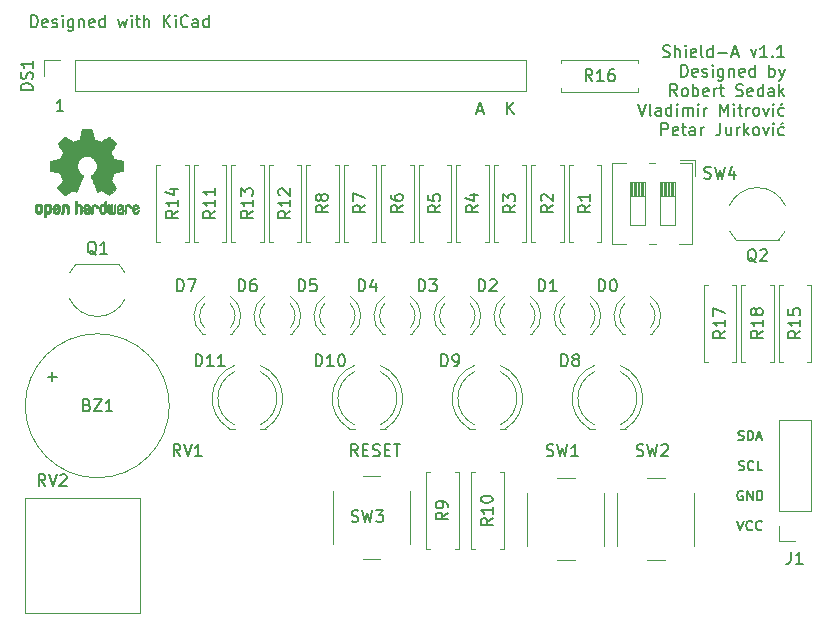
<source format=gto>
G04 #@! TF.GenerationSoftware,KiCad,Pcbnew,5.0.2-bee76a0~70~ubuntu14.04.1*
G04 #@! TF.CreationDate,2019-04-02T14:46:03+02:00*
G04 #@! TF.ProjectId,shield_a,73686965-6c64-45f6-912e-6b696361645f,1.1*
G04 #@! TF.SameCoordinates,Original*
G04 #@! TF.FileFunction,Legend,Top*
G04 #@! TF.FilePolarity,Positive*
%FSLAX46Y46*%
G04 Gerber Fmt 4.6, Leading zero omitted, Abs format (unit mm)*
G04 Created by KiCad (PCBNEW 5.0.2-bee76a0~70~ubuntu14.04.1) date Uto 02 Tra 2019 14:46:03*
%MOMM*%
%LPD*%
G01*
G04 APERTURE LIST*
%ADD10C,0.150000*%
%ADD11C,0.200000*%
%ADD12C,0.120000*%
%ADD13C,0.010000*%
G04 APERTURE END LIST*
D10*
X147081904Y-73445666D02*
X147558095Y-73445666D01*
X146986666Y-73731380D02*
X147320000Y-72731380D01*
X147653333Y-73731380D01*
X149598095Y-73731380D02*
X149598095Y-72731380D01*
X150169523Y-73731380D02*
X149740952Y-73159952D01*
X150169523Y-72731380D02*
X149598095Y-73302809D01*
X112045714Y-73477380D02*
X111474285Y-73477380D01*
X111760000Y-73477380D02*
X111760000Y-72477380D01*
X111664761Y-72620238D01*
X111569523Y-72715476D01*
X111474285Y-72763095D01*
X109316190Y-66365380D02*
X109316190Y-65365380D01*
X109554285Y-65365380D01*
X109697142Y-65413000D01*
X109792380Y-65508238D01*
X109840000Y-65603476D01*
X109887619Y-65793952D01*
X109887619Y-65936809D01*
X109840000Y-66127285D01*
X109792380Y-66222523D01*
X109697142Y-66317761D01*
X109554285Y-66365380D01*
X109316190Y-66365380D01*
X110697142Y-66317761D02*
X110601904Y-66365380D01*
X110411428Y-66365380D01*
X110316190Y-66317761D01*
X110268571Y-66222523D01*
X110268571Y-65841571D01*
X110316190Y-65746333D01*
X110411428Y-65698714D01*
X110601904Y-65698714D01*
X110697142Y-65746333D01*
X110744761Y-65841571D01*
X110744761Y-65936809D01*
X110268571Y-66032047D01*
X111125714Y-66317761D02*
X111220952Y-66365380D01*
X111411428Y-66365380D01*
X111506666Y-66317761D01*
X111554285Y-66222523D01*
X111554285Y-66174904D01*
X111506666Y-66079666D01*
X111411428Y-66032047D01*
X111268571Y-66032047D01*
X111173333Y-65984428D01*
X111125714Y-65889190D01*
X111125714Y-65841571D01*
X111173333Y-65746333D01*
X111268571Y-65698714D01*
X111411428Y-65698714D01*
X111506666Y-65746333D01*
X111982857Y-66365380D02*
X111982857Y-65698714D01*
X111982857Y-65365380D02*
X111935238Y-65413000D01*
X111982857Y-65460619D01*
X112030476Y-65413000D01*
X111982857Y-65365380D01*
X111982857Y-65460619D01*
X112887619Y-65698714D02*
X112887619Y-66508238D01*
X112840000Y-66603476D01*
X112792380Y-66651095D01*
X112697142Y-66698714D01*
X112554285Y-66698714D01*
X112459047Y-66651095D01*
X112887619Y-66317761D02*
X112792380Y-66365380D01*
X112601904Y-66365380D01*
X112506666Y-66317761D01*
X112459047Y-66270142D01*
X112411428Y-66174904D01*
X112411428Y-65889190D01*
X112459047Y-65793952D01*
X112506666Y-65746333D01*
X112601904Y-65698714D01*
X112792380Y-65698714D01*
X112887619Y-65746333D01*
X113363809Y-65698714D02*
X113363809Y-66365380D01*
X113363809Y-65793952D02*
X113411428Y-65746333D01*
X113506666Y-65698714D01*
X113649523Y-65698714D01*
X113744761Y-65746333D01*
X113792380Y-65841571D01*
X113792380Y-66365380D01*
X114649523Y-66317761D02*
X114554285Y-66365380D01*
X114363809Y-66365380D01*
X114268571Y-66317761D01*
X114220952Y-66222523D01*
X114220952Y-65841571D01*
X114268571Y-65746333D01*
X114363809Y-65698714D01*
X114554285Y-65698714D01*
X114649523Y-65746333D01*
X114697142Y-65841571D01*
X114697142Y-65936809D01*
X114220952Y-66032047D01*
X115554285Y-66365380D02*
X115554285Y-65365380D01*
X115554285Y-66317761D02*
X115459047Y-66365380D01*
X115268571Y-66365380D01*
X115173333Y-66317761D01*
X115125714Y-66270142D01*
X115078095Y-66174904D01*
X115078095Y-65889190D01*
X115125714Y-65793952D01*
X115173333Y-65746333D01*
X115268571Y-65698714D01*
X115459047Y-65698714D01*
X115554285Y-65746333D01*
X116697142Y-65698714D02*
X116887619Y-66365380D01*
X117078095Y-65889190D01*
X117268571Y-66365380D01*
X117459047Y-65698714D01*
X117840000Y-66365380D02*
X117840000Y-65698714D01*
X117840000Y-65365380D02*
X117792380Y-65413000D01*
X117840000Y-65460619D01*
X117887619Y-65413000D01*
X117840000Y-65365380D01*
X117840000Y-65460619D01*
X118173333Y-65698714D02*
X118554285Y-65698714D01*
X118316190Y-65365380D02*
X118316190Y-66222523D01*
X118363809Y-66317761D01*
X118459047Y-66365380D01*
X118554285Y-66365380D01*
X118887619Y-66365380D02*
X118887619Y-65365380D01*
X119316190Y-66365380D02*
X119316190Y-65841571D01*
X119268571Y-65746333D01*
X119173333Y-65698714D01*
X119030476Y-65698714D01*
X118935238Y-65746333D01*
X118887619Y-65793952D01*
X120554285Y-66365380D02*
X120554285Y-65365380D01*
X121125714Y-66365380D02*
X120697142Y-65793952D01*
X121125714Y-65365380D02*
X120554285Y-65936809D01*
X121554285Y-66365380D02*
X121554285Y-65698714D01*
X121554285Y-65365380D02*
X121506666Y-65413000D01*
X121554285Y-65460619D01*
X121601904Y-65413000D01*
X121554285Y-65365380D01*
X121554285Y-65460619D01*
X122601904Y-66270142D02*
X122554285Y-66317761D01*
X122411428Y-66365380D01*
X122316190Y-66365380D01*
X122173333Y-66317761D01*
X122078095Y-66222523D01*
X122030476Y-66127285D01*
X121982857Y-65936809D01*
X121982857Y-65793952D01*
X122030476Y-65603476D01*
X122078095Y-65508238D01*
X122173333Y-65413000D01*
X122316190Y-65365380D01*
X122411428Y-65365380D01*
X122554285Y-65413000D01*
X122601904Y-65460619D01*
X123459047Y-66365380D02*
X123459047Y-65841571D01*
X123411428Y-65746333D01*
X123316190Y-65698714D01*
X123125714Y-65698714D01*
X123030476Y-65746333D01*
X123459047Y-66317761D02*
X123363809Y-66365380D01*
X123125714Y-66365380D01*
X123030476Y-66317761D01*
X122982857Y-66222523D01*
X122982857Y-66127285D01*
X123030476Y-66032047D01*
X123125714Y-65984428D01*
X123363809Y-65984428D01*
X123459047Y-65936809D01*
X124363809Y-66365380D02*
X124363809Y-65365380D01*
X124363809Y-66317761D02*
X124268571Y-66365380D01*
X124078095Y-66365380D01*
X123982857Y-66317761D01*
X123935238Y-66270142D01*
X123887619Y-66174904D01*
X123887619Y-65889190D01*
X123935238Y-65793952D01*
X123982857Y-65746333D01*
X124078095Y-65698714D01*
X124268571Y-65698714D01*
X124363809Y-65746333D01*
D11*
X136977619Y-102687380D02*
X136644285Y-102211190D01*
X136406190Y-102687380D02*
X136406190Y-101687380D01*
X136787142Y-101687380D01*
X136882380Y-101735000D01*
X136930000Y-101782619D01*
X136977619Y-101877857D01*
X136977619Y-102020714D01*
X136930000Y-102115952D01*
X136882380Y-102163571D01*
X136787142Y-102211190D01*
X136406190Y-102211190D01*
X137406190Y-102163571D02*
X137739523Y-102163571D01*
X137882380Y-102687380D02*
X137406190Y-102687380D01*
X137406190Y-101687380D01*
X137882380Y-101687380D01*
X138263333Y-102639761D02*
X138406190Y-102687380D01*
X138644285Y-102687380D01*
X138739523Y-102639761D01*
X138787142Y-102592142D01*
X138834761Y-102496904D01*
X138834761Y-102401666D01*
X138787142Y-102306428D01*
X138739523Y-102258809D01*
X138644285Y-102211190D01*
X138453809Y-102163571D01*
X138358571Y-102115952D01*
X138310952Y-102068333D01*
X138263333Y-101973095D01*
X138263333Y-101877857D01*
X138310952Y-101782619D01*
X138358571Y-101735000D01*
X138453809Y-101687380D01*
X138691904Y-101687380D01*
X138834761Y-101735000D01*
X139263333Y-102163571D02*
X139596666Y-102163571D01*
X139739523Y-102687380D02*
X139263333Y-102687380D01*
X139263333Y-101687380D01*
X139739523Y-101687380D01*
X140025238Y-101687380D02*
X140596666Y-101687380D01*
X140310952Y-102687380D02*
X140310952Y-101687380D01*
D10*
X169113333Y-108146904D02*
X169380000Y-108946904D01*
X169646666Y-108146904D01*
X170370476Y-108870714D02*
X170332380Y-108908809D01*
X170218095Y-108946904D01*
X170141904Y-108946904D01*
X170027619Y-108908809D01*
X169951428Y-108832619D01*
X169913333Y-108756428D01*
X169875238Y-108604047D01*
X169875238Y-108489761D01*
X169913333Y-108337380D01*
X169951428Y-108261190D01*
X170027619Y-108185000D01*
X170141904Y-108146904D01*
X170218095Y-108146904D01*
X170332380Y-108185000D01*
X170370476Y-108223095D01*
X171170476Y-108870714D02*
X171132380Y-108908809D01*
X171018095Y-108946904D01*
X170941904Y-108946904D01*
X170827619Y-108908809D01*
X170751428Y-108832619D01*
X170713333Y-108756428D01*
X170675238Y-108604047D01*
X170675238Y-108489761D01*
X170713333Y-108337380D01*
X170751428Y-108261190D01*
X170827619Y-108185000D01*
X170941904Y-108146904D01*
X171018095Y-108146904D01*
X171132380Y-108185000D01*
X171170476Y-108223095D01*
X169570476Y-105645000D02*
X169494285Y-105606904D01*
X169380000Y-105606904D01*
X169265714Y-105645000D01*
X169189523Y-105721190D01*
X169151428Y-105797380D01*
X169113333Y-105949761D01*
X169113333Y-106064047D01*
X169151428Y-106216428D01*
X169189523Y-106292619D01*
X169265714Y-106368809D01*
X169380000Y-106406904D01*
X169456190Y-106406904D01*
X169570476Y-106368809D01*
X169608571Y-106330714D01*
X169608571Y-106064047D01*
X169456190Y-106064047D01*
X169951428Y-106406904D02*
X169951428Y-105606904D01*
X170408571Y-106406904D01*
X170408571Y-105606904D01*
X170789523Y-106406904D02*
X170789523Y-105606904D01*
X170980000Y-105606904D01*
X171094285Y-105645000D01*
X171170476Y-105721190D01*
X171208571Y-105797380D01*
X171246666Y-105949761D01*
X171246666Y-106064047D01*
X171208571Y-106216428D01*
X171170476Y-106292619D01*
X171094285Y-106368809D01*
X170980000Y-106406904D01*
X170789523Y-106406904D01*
X169227619Y-103828809D02*
X169341904Y-103866904D01*
X169532380Y-103866904D01*
X169608571Y-103828809D01*
X169646666Y-103790714D01*
X169684761Y-103714523D01*
X169684761Y-103638333D01*
X169646666Y-103562142D01*
X169608571Y-103524047D01*
X169532380Y-103485952D01*
X169380000Y-103447857D01*
X169303809Y-103409761D01*
X169265714Y-103371666D01*
X169227619Y-103295476D01*
X169227619Y-103219285D01*
X169265714Y-103143095D01*
X169303809Y-103105000D01*
X169380000Y-103066904D01*
X169570476Y-103066904D01*
X169684761Y-103105000D01*
X170484761Y-103790714D02*
X170446666Y-103828809D01*
X170332380Y-103866904D01*
X170256190Y-103866904D01*
X170141904Y-103828809D01*
X170065714Y-103752619D01*
X170027619Y-103676428D01*
X169989523Y-103524047D01*
X169989523Y-103409761D01*
X170027619Y-103257380D01*
X170065714Y-103181190D01*
X170141904Y-103105000D01*
X170256190Y-103066904D01*
X170332380Y-103066904D01*
X170446666Y-103105000D01*
X170484761Y-103143095D01*
X171208571Y-103866904D02*
X170827619Y-103866904D01*
X170827619Y-103066904D01*
X169208571Y-101288809D02*
X169322857Y-101326904D01*
X169513333Y-101326904D01*
X169589523Y-101288809D01*
X169627619Y-101250714D01*
X169665714Y-101174523D01*
X169665714Y-101098333D01*
X169627619Y-101022142D01*
X169589523Y-100984047D01*
X169513333Y-100945952D01*
X169360952Y-100907857D01*
X169284761Y-100869761D01*
X169246666Y-100831666D01*
X169208571Y-100755476D01*
X169208571Y-100679285D01*
X169246666Y-100603095D01*
X169284761Y-100565000D01*
X169360952Y-100526904D01*
X169551428Y-100526904D01*
X169665714Y-100565000D01*
X170008571Y-101326904D02*
X170008571Y-100526904D01*
X170199047Y-100526904D01*
X170313333Y-100565000D01*
X170389523Y-100641190D01*
X170427619Y-100717380D01*
X170465714Y-100869761D01*
X170465714Y-100984047D01*
X170427619Y-101136428D01*
X170389523Y-101212619D01*
X170313333Y-101288809D01*
X170199047Y-101326904D01*
X170008571Y-101326904D01*
X170770476Y-101098333D02*
X171151428Y-101098333D01*
X170694285Y-101326904D02*
X170960952Y-100526904D01*
X171227619Y-101326904D01*
X162828928Y-68859761D02*
X162971785Y-68907380D01*
X163209880Y-68907380D01*
X163305119Y-68859761D01*
X163352738Y-68812142D01*
X163400357Y-68716904D01*
X163400357Y-68621666D01*
X163352738Y-68526428D01*
X163305119Y-68478809D01*
X163209880Y-68431190D01*
X163019404Y-68383571D01*
X162924166Y-68335952D01*
X162876547Y-68288333D01*
X162828928Y-68193095D01*
X162828928Y-68097857D01*
X162876547Y-68002619D01*
X162924166Y-67955000D01*
X163019404Y-67907380D01*
X163257500Y-67907380D01*
X163400357Y-67955000D01*
X163828928Y-68907380D02*
X163828928Y-67907380D01*
X164257500Y-68907380D02*
X164257500Y-68383571D01*
X164209880Y-68288333D01*
X164114642Y-68240714D01*
X163971785Y-68240714D01*
X163876547Y-68288333D01*
X163828928Y-68335952D01*
X164733690Y-68907380D02*
X164733690Y-68240714D01*
X164733690Y-67907380D02*
X164686071Y-67955000D01*
X164733690Y-68002619D01*
X164781309Y-67955000D01*
X164733690Y-67907380D01*
X164733690Y-68002619D01*
X165590833Y-68859761D02*
X165495595Y-68907380D01*
X165305119Y-68907380D01*
X165209880Y-68859761D01*
X165162261Y-68764523D01*
X165162261Y-68383571D01*
X165209880Y-68288333D01*
X165305119Y-68240714D01*
X165495595Y-68240714D01*
X165590833Y-68288333D01*
X165638452Y-68383571D01*
X165638452Y-68478809D01*
X165162261Y-68574047D01*
X166209880Y-68907380D02*
X166114642Y-68859761D01*
X166067023Y-68764523D01*
X166067023Y-67907380D01*
X167019404Y-68907380D02*
X167019404Y-67907380D01*
X167019404Y-68859761D02*
X166924166Y-68907380D01*
X166733690Y-68907380D01*
X166638452Y-68859761D01*
X166590833Y-68812142D01*
X166543214Y-68716904D01*
X166543214Y-68431190D01*
X166590833Y-68335952D01*
X166638452Y-68288333D01*
X166733690Y-68240714D01*
X166924166Y-68240714D01*
X167019404Y-68288333D01*
X167495595Y-68526428D02*
X168257500Y-68526428D01*
X168686071Y-68621666D02*
X169162261Y-68621666D01*
X168590833Y-68907380D02*
X168924166Y-67907380D01*
X169257500Y-68907380D01*
X170257500Y-68240714D02*
X170495595Y-68907380D01*
X170733690Y-68240714D01*
X171638452Y-68907380D02*
X171067023Y-68907380D01*
X171352738Y-68907380D02*
X171352738Y-67907380D01*
X171257500Y-68050238D01*
X171162261Y-68145476D01*
X171067023Y-68193095D01*
X172067023Y-68812142D02*
X172114642Y-68859761D01*
X172067023Y-68907380D01*
X172019404Y-68859761D01*
X172067023Y-68812142D01*
X172067023Y-68907380D01*
X173067023Y-68907380D02*
X172495595Y-68907380D01*
X172781309Y-68907380D02*
X172781309Y-67907380D01*
X172686071Y-68050238D01*
X172590833Y-68145476D01*
X172495595Y-68193095D01*
X164352738Y-70557380D02*
X164352738Y-69557380D01*
X164590833Y-69557380D01*
X164733690Y-69605000D01*
X164828928Y-69700238D01*
X164876547Y-69795476D01*
X164924166Y-69985952D01*
X164924166Y-70128809D01*
X164876547Y-70319285D01*
X164828928Y-70414523D01*
X164733690Y-70509761D01*
X164590833Y-70557380D01*
X164352738Y-70557380D01*
X165733690Y-70509761D02*
X165638452Y-70557380D01*
X165447976Y-70557380D01*
X165352738Y-70509761D01*
X165305119Y-70414523D01*
X165305119Y-70033571D01*
X165352738Y-69938333D01*
X165447976Y-69890714D01*
X165638452Y-69890714D01*
X165733690Y-69938333D01*
X165781309Y-70033571D01*
X165781309Y-70128809D01*
X165305119Y-70224047D01*
X166162261Y-70509761D02*
X166257500Y-70557380D01*
X166447976Y-70557380D01*
X166543214Y-70509761D01*
X166590833Y-70414523D01*
X166590833Y-70366904D01*
X166543214Y-70271666D01*
X166447976Y-70224047D01*
X166305119Y-70224047D01*
X166209880Y-70176428D01*
X166162261Y-70081190D01*
X166162261Y-70033571D01*
X166209880Y-69938333D01*
X166305119Y-69890714D01*
X166447976Y-69890714D01*
X166543214Y-69938333D01*
X167019404Y-70557380D02*
X167019404Y-69890714D01*
X167019404Y-69557380D02*
X166971785Y-69605000D01*
X167019404Y-69652619D01*
X167067023Y-69605000D01*
X167019404Y-69557380D01*
X167019404Y-69652619D01*
X167924166Y-69890714D02*
X167924166Y-70700238D01*
X167876547Y-70795476D01*
X167828928Y-70843095D01*
X167733690Y-70890714D01*
X167590833Y-70890714D01*
X167495595Y-70843095D01*
X167924166Y-70509761D02*
X167828928Y-70557380D01*
X167638452Y-70557380D01*
X167543214Y-70509761D01*
X167495595Y-70462142D01*
X167447976Y-70366904D01*
X167447976Y-70081190D01*
X167495595Y-69985952D01*
X167543214Y-69938333D01*
X167638452Y-69890714D01*
X167828928Y-69890714D01*
X167924166Y-69938333D01*
X168400357Y-69890714D02*
X168400357Y-70557380D01*
X168400357Y-69985952D02*
X168447976Y-69938333D01*
X168543214Y-69890714D01*
X168686071Y-69890714D01*
X168781309Y-69938333D01*
X168828928Y-70033571D01*
X168828928Y-70557380D01*
X169686071Y-70509761D02*
X169590833Y-70557380D01*
X169400357Y-70557380D01*
X169305119Y-70509761D01*
X169257500Y-70414523D01*
X169257500Y-70033571D01*
X169305119Y-69938333D01*
X169400357Y-69890714D01*
X169590833Y-69890714D01*
X169686071Y-69938333D01*
X169733690Y-70033571D01*
X169733690Y-70128809D01*
X169257500Y-70224047D01*
X170590833Y-70557380D02*
X170590833Y-69557380D01*
X170590833Y-70509761D02*
X170495595Y-70557380D01*
X170305119Y-70557380D01*
X170209880Y-70509761D01*
X170162261Y-70462142D01*
X170114642Y-70366904D01*
X170114642Y-70081190D01*
X170162261Y-69985952D01*
X170209880Y-69938333D01*
X170305119Y-69890714D01*
X170495595Y-69890714D01*
X170590833Y-69938333D01*
X171828928Y-70557380D02*
X171828928Y-69557380D01*
X171828928Y-69938333D02*
X171924166Y-69890714D01*
X172114642Y-69890714D01*
X172209880Y-69938333D01*
X172257500Y-69985952D01*
X172305119Y-70081190D01*
X172305119Y-70366904D01*
X172257500Y-70462142D01*
X172209880Y-70509761D01*
X172114642Y-70557380D01*
X171924166Y-70557380D01*
X171828928Y-70509761D01*
X172638452Y-69890714D02*
X172876547Y-70557380D01*
X173114642Y-69890714D02*
X172876547Y-70557380D01*
X172781309Y-70795476D01*
X172733690Y-70843095D01*
X172638452Y-70890714D01*
X164019404Y-72207380D02*
X163686071Y-71731190D01*
X163447976Y-72207380D02*
X163447976Y-71207380D01*
X163828928Y-71207380D01*
X163924166Y-71255000D01*
X163971785Y-71302619D01*
X164019404Y-71397857D01*
X164019404Y-71540714D01*
X163971785Y-71635952D01*
X163924166Y-71683571D01*
X163828928Y-71731190D01*
X163447976Y-71731190D01*
X164590833Y-72207380D02*
X164495595Y-72159761D01*
X164447976Y-72112142D01*
X164400357Y-72016904D01*
X164400357Y-71731190D01*
X164447976Y-71635952D01*
X164495595Y-71588333D01*
X164590833Y-71540714D01*
X164733690Y-71540714D01*
X164828928Y-71588333D01*
X164876547Y-71635952D01*
X164924166Y-71731190D01*
X164924166Y-72016904D01*
X164876547Y-72112142D01*
X164828928Y-72159761D01*
X164733690Y-72207380D01*
X164590833Y-72207380D01*
X165352738Y-72207380D02*
X165352738Y-71207380D01*
X165352738Y-71588333D02*
X165447976Y-71540714D01*
X165638452Y-71540714D01*
X165733690Y-71588333D01*
X165781309Y-71635952D01*
X165828928Y-71731190D01*
X165828928Y-72016904D01*
X165781309Y-72112142D01*
X165733690Y-72159761D01*
X165638452Y-72207380D01*
X165447976Y-72207380D01*
X165352738Y-72159761D01*
X166638452Y-72159761D02*
X166543214Y-72207380D01*
X166352738Y-72207380D01*
X166257500Y-72159761D01*
X166209880Y-72064523D01*
X166209880Y-71683571D01*
X166257500Y-71588333D01*
X166352738Y-71540714D01*
X166543214Y-71540714D01*
X166638452Y-71588333D01*
X166686071Y-71683571D01*
X166686071Y-71778809D01*
X166209880Y-71874047D01*
X167114642Y-72207380D02*
X167114642Y-71540714D01*
X167114642Y-71731190D02*
X167162261Y-71635952D01*
X167209880Y-71588333D01*
X167305119Y-71540714D01*
X167400357Y-71540714D01*
X167590833Y-71540714D02*
X167971785Y-71540714D01*
X167733690Y-71207380D02*
X167733690Y-72064523D01*
X167781309Y-72159761D01*
X167876547Y-72207380D01*
X167971785Y-72207380D01*
X169019404Y-72159761D02*
X169162261Y-72207380D01*
X169400357Y-72207380D01*
X169495595Y-72159761D01*
X169543214Y-72112142D01*
X169590833Y-72016904D01*
X169590833Y-71921666D01*
X169543214Y-71826428D01*
X169495595Y-71778809D01*
X169400357Y-71731190D01*
X169209880Y-71683571D01*
X169114642Y-71635952D01*
X169067023Y-71588333D01*
X169019404Y-71493095D01*
X169019404Y-71397857D01*
X169067023Y-71302619D01*
X169114642Y-71255000D01*
X169209880Y-71207380D01*
X169447976Y-71207380D01*
X169590833Y-71255000D01*
X170400357Y-72159761D02*
X170305119Y-72207380D01*
X170114642Y-72207380D01*
X170019404Y-72159761D01*
X169971785Y-72064523D01*
X169971785Y-71683571D01*
X170019404Y-71588333D01*
X170114642Y-71540714D01*
X170305119Y-71540714D01*
X170400357Y-71588333D01*
X170447976Y-71683571D01*
X170447976Y-71778809D01*
X169971785Y-71874047D01*
X171305119Y-72207380D02*
X171305119Y-71207380D01*
X171305119Y-72159761D02*
X171209880Y-72207380D01*
X171019404Y-72207380D01*
X170924166Y-72159761D01*
X170876547Y-72112142D01*
X170828928Y-72016904D01*
X170828928Y-71731190D01*
X170876547Y-71635952D01*
X170924166Y-71588333D01*
X171019404Y-71540714D01*
X171209880Y-71540714D01*
X171305119Y-71588333D01*
X172209880Y-72207380D02*
X172209880Y-71683571D01*
X172162261Y-71588333D01*
X172067023Y-71540714D01*
X171876547Y-71540714D01*
X171781309Y-71588333D01*
X172209880Y-72159761D02*
X172114642Y-72207380D01*
X171876547Y-72207380D01*
X171781309Y-72159761D01*
X171733690Y-72064523D01*
X171733690Y-71969285D01*
X171781309Y-71874047D01*
X171876547Y-71826428D01*
X172114642Y-71826428D01*
X172209880Y-71778809D01*
X172686071Y-72207380D02*
X172686071Y-71207380D01*
X172781309Y-71826428D02*
X173067023Y-72207380D01*
X173067023Y-71540714D02*
X172686071Y-71921666D01*
X160686071Y-72857380D02*
X161019404Y-73857380D01*
X161352738Y-72857380D01*
X161828928Y-73857380D02*
X161733690Y-73809761D01*
X161686071Y-73714523D01*
X161686071Y-72857380D01*
X162638452Y-73857380D02*
X162638452Y-73333571D01*
X162590833Y-73238333D01*
X162495595Y-73190714D01*
X162305119Y-73190714D01*
X162209880Y-73238333D01*
X162638452Y-73809761D02*
X162543214Y-73857380D01*
X162305119Y-73857380D01*
X162209880Y-73809761D01*
X162162261Y-73714523D01*
X162162261Y-73619285D01*
X162209880Y-73524047D01*
X162305119Y-73476428D01*
X162543214Y-73476428D01*
X162638452Y-73428809D01*
X163543214Y-73857380D02*
X163543214Y-72857380D01*
X163543214Y-73809761D02*
X163447976Y-73857380D01*
X163257500Y-73857380D01*
X163162261Y-73809761D01*
X163114642Y-73762142D01*
X163067023Y-73666904D01*
X163067023Y-73381190D01*
X163114642Y-73285952D01*
X163162261Y-73238333D01*
X163257500Y-73190714D01*
X163447976Y-73190714D01*
X163543214Y-73238333D01*
X164019404Y-73857380D02*
X164019404Y-73190714D01*
X164019404Y-72857380D02*
X163971785Y-72905000D01*
X164019404Y-72952619D01*
X164067023Y-72905000D01*
X164019404Y-72857380D01*
X164019404Y-72952619D01*
X164495595Y-73857380D02*
X164495595Y-73190714D01*
X164495595Y-73285952D02*
X164543214Y-73238333D01*
X164638452Y-73190714D01*
X164781309Y-73190714D01*
X164876547Y-73238333D01*
X164924166Y-73333571D01*
X164924166Y-73857380D01*
X164924166Y-73333571D02*
X164971785Y-73238333D01*
X165067023Y-73190714D01*
X165209880Y-73190714D01*
X165305119Y-73238333D01*
X165352738Y-73333571D01*
X165352738Y-73857380D01*
X165828928Y-73857380D02*
X165828928Y-73190714D01*
X165828928Y-72857380D02*
X165781309Y-72905000D01*
X165828928Y-72952619D01*
X165876547Y-72905000D01*
X165828928Y-72857380D01*
X165828928Y-72952619D01*
X166305119Y-73857380D02*
X166305119Y-73190714D01*
X166305119Y-73381190D02*
X166352738Y-73285952D01*
X166400357Y-73238333D01*
X166495595Y-73190714D01*
X166590833Y-73190714D01*
X167686071Y-73857380D02*
X167686071Y-72857380D01*
X168019404Y-73571666D01*
X168352738Y-72857380D01*
X168352738Y-73857380D01*
X168828928Y-73857380D02*
X168828928Y-73190714D01*
X168828928Y-72857380D02*
X168781309Y-72905000D01*
X168828928Y-72952619D01*
X168876547Y-72905000D01*
X168828928Y-72857380D01*
X168828928Y-72952619D01*
X169162261Y-73190714D02*
X169543214Y-73190714D01*
X169305119Y-72857380D02*
X169305119Y-73714523D01*
X169352738Y-73809761D01*
X169447976Y-73857380D01*
X169543214Y-73857380D01*
X169876547Y-73857380D02*
X169876547Y-73190714D01*
X169876547Y-73381190D02*
X169924166Y-73285952D01*
X169971785Y-73238333D01*
X170067023Y-73190714D01*
X170162261Y-73190714D01*
X170638452Y-73857380D02*
X170543214Y-73809761D01*
X170495595Y-73762142D01*
X170447976Y-73666904D01*
X170447976Y-73381190D01*
X170495595Y-73285952D01*
X170543214Y-73238333D01*
X170638452Y-73190714D01*
X170781309Y-73190714D01*
X170876547Y-73238333D01*
X170924166Y-73285952D01*
X170971785Y-73381190D01*
X170971785Y-73666904D01*
X170924166Y-73762142D01*
X170876547Y-73809761D01*
X170781309Y-73857380D01*
X170638452Y-73857380D01*
X171305119Y-73190714D02*
X171543214Y-73857380D01*
X171781309Y-73190714D01*
X172162261Y-73857380D02*
X172162261Y-73190714D01*
X172162261Y-72857380D02*
X172114642Y-72905000D01*
X172162261Y-72952619D01*
X172209880Y-72905000D01*
X172162261Y-72857380D01*
X172162261Y-72952619D01*
X173067023Y-73809761D02*
X172971785Y-73857380D01*
X172781309Y-73857380D01*
X172686071Y-73809761D01*
X172638452Y-73762142D01*
X172590833Y-73666904D01*
X172590833Y-73381190D01*
X172638452Y-73285952D01*
X172686071Y-73238333D01*
X172781309Y-73190714D01*
X172971785Y-73190714D01*
X173067023Y-73238333D01*
X172971785Y-72809761D02*
X172828928Y-72952619D01*
X162686071Y-75507380D02*
X162686071Y-74507380D01*
X163067023Y-74507380D01*
X163162261Y-74555000D01*
X163209880Y-74602619D01*
X163257500Y-74697857D01*
X163257500Y-74840714D01*
X163209880Y-74935952D01*
X163162261Y-74983571D01*
X163067023Y-75031190D01*
X162686071Y-75031190D01*
X164067023Y-75459761D02*
X163971785Y-75507380D01*
X163781309Y-75507380D01*
X163686071Y-75459761D01*
X163638452Y-75364523D01*
X163638452Y-74983571D01*
X163686071Y-74888333D01*
X163781309Y-74840714D01*
X163971785Y-74840714D01*
X164067023Y-74888333D01*
X164114642Y-74983571D01*
X164114642Y-75078809D01*
X163638452Y-75174047D01*
X164400357Y-74840714D02*
X164781309Y-74840714D01*
X164543214Y-74507380D02*
X164543214Y-75364523D01*
X164590833Y-75459761D01*
X164686071Y-75507380D01*
X164781309Y-75507380D01*
X165543214Y-75507380D02*
X165543214Y-74983571D01*
X165495595Y-74888333D01*
X165400357Y-74840714D01*
X165209880Y-74840714D01*
X165114642Y-74888333D01*
X165543214Y-75459761D02*
X165447976Y-75507380D01*
X165209880Y-75507380D01*
X165114642Y-75459761D01*
X165067023Y-75364523D01*
X165067023Y-75269285D01*
X165114642Y-75174047D01*
X165209880Y-75126428D01*
X165447976Y-75126428D01*
X165543214Y-75078809D01*
X166019404Y-75507380D02*
X166019404Y-74840714D01*
X166019404Y-75031190D02*
X166067023Y-74935952D01*
X166114642Y-74888333D01*
X166209880Y-74840714D01*
X166305119Y-74840714D01*
X167686071Y-74507380D02*
X167686071Y-75221666D01*
X167638452Y-75364523D01*
X167543214Y-75459761D01*
X167400357Y-75507380D01*
X167305119Y-75507380D01*
X168590833Y-74840714D02*
X168590833Y-75507380D01*
X168162261Y-74840714D02*
X168162261Y-75364523D01*
X168209880Y-75459761D01*
X168305119Y-75507380D01*
X168447976Y-75507380D01*
X168543214Y-75459761D01*
X168590833Y-75412142D01*
X169067023Y-75507380D02*
X169067023Y-74840714D01*
X169067023Y-75031190D02*
X169114642Y-74935952D01*
X169162261Y-74888333D01*
X169257500Y-74840714D01*
X169352738Y-74840714D01*
X169686071Y-75507380D02*
X169686071Y-74507380D01*
X169781309Y-75126428D02*
X170067023Y-75507380D01*
X170067023Y-74840714D02*
X169686071Y-75221666D01*
X170638452Y-75507380D02*
X170543214Y-75459761D01*
X170495595Y-75412142D01*
X170447976Y-75316904D01*
X170447976Y-75031190D01*
X170495595Y-74935952D01*
X170543214Y-74888333D01*
X170638452Y-74840714D01*
X170781309Y-74840714D01*
X170876547Y-74888333D01*
X170924166Y-74935952D01*
X170971785Y-75031190D01*
X170971785Y-75316904D01*
X170924166Y-75412142D01*
X170876547Y-75459761D01*
X170781309Y-75507380D01*
X170638452Y-75507380D01*
X171305119Y-74840714D02*
X171543214Y-75507380D01*
X171781309Y-74840714D01*
X172162261Y-75507380D02*
X172162261Y-74840714D01*
X172162261Y-74507380D02*
X172114642Y-74555000D01*
X172162261Y-74602619D01*
X172209880Y-74555000D01*
X172162261Y-74507380D01*
X172162261Y-74602619D01*
X173067023Y-75459761D02*
X172971785Y-75507380D01*
X172781309Y-75507380D01*
X172686071Y-75459761D01*
X172638452Y-75412142D01*
X172590833Y-75316904D01*
X172590833Y-75031190D01*
X172638452Y-74935952D01*
X172686071Y-74888333D01*
X172781309Y-74840714D01*
X172971785Y-74840714D01*
X173067023Y-74888333D01*
X172971785Y-74459761D02*
X172828928Y-74602619D01*
D12*
G04 #@! TO.C,DS1*
X113030000Y-71815000D02*
X113030000Y-69155000D01*
X113030000Y-71815000D02*
X151190000Y-71815000D01*
X151190000Y-71815000D02*
X151190000Y-69155000D01*
X113030000Y-69155000D02*
X151190000Y-69155000D01*
X110430000Y-69155000D02*
X111760000Y-69155000D01*
X110430000Y-70485000D02*
X110430000Y-69155000D01*
G04 #@! TO.C,BZ1*
X121025000Y-98425000D02*
G75*
G03X121025000Y-98425000I-6100000J0D01*
G01*
G04 #@! TO.C,SW1*
X151345000Y-105775000D02*
X151345000Y-110275000D01*
X155345000Y-104525000D02*
X153845000Y-104525000D01*
X157845000Y-110275000D02*
X157845000Y-105775000D01*
X153845000Y-111525000D02*
X155345000Y-111525000D01*
G04 #@! TO.C,RV2*
X118550000Y-106225000D02*
X118550000Y-115995000D01*
X108780000Y-106225000D02*
X108780000Y-115995000D01*
X118550000Y-106225000D02*
X108780000Y-106225000D01*
X118550000Y-115995000D02*
X108780000Y-115995000D01*
G04 #@! TO.C,R4*
X145315000Y-84550000D02*
X145645000Y-84550000D01*
X145315000Y-78010000D02*
X145315000Y-84550000D01*
X145645000Y-78010000D02*
X145315000Y-78010000D01*
X148055000Y-84550000D02*
X147725000Y-84550000D01*
X148055000Y-78010000D02*
X148055000Y-84550000D01*
X147725000Y-78010000D02*
X148055000Y-78010000D01*
G04 #@! TO.C,R13*
X126265000Y-84550000D02*
X126595000Y-84550000D01*
X126265000Y-78010000D02*
X126265000Y-84550000D01*
X126595000Y-78010000D02*
X126265000Y-78010000D01*
X129005000Y-84550000D02*
X128675000Y-84550000D01*
X129005000Y-78010000D02*
X129005000Y-84550000D01*
X128675000Y-78010000D02*
X129005000Y-78010000D01*
G04 #@! TO.C,D1*
X154496392Y-89132665D02*
G75*
G03X154339484Y-92365000I1078608J-1672335D01*
G01*
X156653608Y-89132665D02*
G75*
G02X156810516Y-92365000I-1078608J-1672335D01*
G01*
X154495163Y-89763870D02*
G75*
G03X154495000Y-91845961I1079837J-1041130D01*
G01*
X156654837Y-89763870D02*
G75*
G02X156655000Y-91845961I-1079837J-1041130D01*
G01*
X154339000Y-92365000D02*
X154495000Y-92365000D01*
X156655000Y-92365000D02*
X156811000Y-92365000D01*
G04 #@! TO.C,R10*
X146585000Y-110585000D02*
X146915000Y-110585000D01*
X146585000Y-104045000D02*
X146585000Y-110585000D01*
X146915000Y-104045000D02*
X146585000Y-104045000D01*
X149325000Y-110585000D02*
X148995000Y-110585000D01*
X149325000Y-104045000D02*
X149325000Y-110585000D01*
X148995000Y-104045000D02*
X149325000Y-104045000D01*
G04 #@! TO.C,R12*
X131850000Y-78010000D02*
X132180000Y-78010000D01*
X132180000Y-78010000D02*
X132180000Y-84550000D01*
X132180000Y-84550000D02*
X131850000Y-84550000D01*
X129770000Y-78010000D02*
X129440000Y-78010000D01*
X129440000Y-78010000D02*
X129440000Y-84550000D01*
X129440000Y-84550000D02*
X129770000Y-84550000D01*
G04 #@! TO.C,Q1*
X116735000Y-86415000D02*
X113135000Y-86415000D01*
X117259184Y-87142205D02*
G75*
G03X116735000Y-86415000I-2324184J-1122795D01*
G01*
X117291400Y-89363807D02*
G75*
G02X114935000Y-90865000I-2356400J1098807D01*
G01*
X112578600Y-89363807D02*
G75*
G03X114935000Y-90865000I2356400J1098807D01*
G01*
X112610816Y-87142205D02*
G75*
G02X113135000Y-86415000I2324184J-1122795D01*
G01*
G04 #@! TO.C,R1*
X157250000Y-78010000D02*
X157580000Y-78010000D01*
X157580000Y-78010000D02*
X157580000Y-84550000D01*
X157580000Y-84550000D02*
X157250000Y-84550000D01*
X155170000Y-78010000D02*
X154840000Y-78010000D01*
X154840000Y-78010000D02*
X154840000Y-84550000D01*
X154840000Y-84550000D02*
X155170000Y-84550000D01*
G04 #@! TO.C,D4*
X141415000Y-92365000D02*
X141571000Y-92365000D01*
X139099000Y-92365000D02*
X139255000Y-92365000D01*
X141414837Y-89763870D02*
G75*
G02X141415000Y-91845961I-1079837J-1041130D01*
G01*
X139255163Y-89763870D02*
G75*
G03X139255000Y-91845961I1079837J-1041130D01*
G01*
X141413608Y-89132665D02*
G75*
G02X141570516Y-92365000I-1078608J-1672335D01*
G01*
X139256392Y-89132665D02*
G75*
G03X139099484Y-92365000I1078608J-1672335D01*
G01*
G04 #@! TO.C,D0*
X161735000Y-92365000D02*
X161891000Y-92365000D01*
X159419000Y-92365000D02*
X159575000Y-92365000D01*
X161734837Y-89763870D02*
G75*
G02X161735000Y-91845961I-1079837J-1041130D01*
G01*
X159575163Y-89763870D02*
G75*
G03X159575000Y-91845961I1079837J-1041130D01*
G01*
X161733608Y-89132665D02*
G75*
G02X161890516Y-92365000I-1078608J-1672335D01*
G01*
X159576392Y-89132665D02*
G75*
G03X159419484Y-92365000I1078608J-1672335D01*
G01*
G04 #@! TO.C,R3*
X150900000Y-78010000D02*
X151230000Y-78010000D01*
X151230000Y-78010000D02*
X151230000Y-84550000D01*
X151230000Y-84550000D02*
X150900000Y-84550000D01*
X148820000Y-78010000D02*
X148490000Y-78010000D01*
X148490000Y-78010000D02*
X148490000Y-84550000D01*
X148490000Y-84550000D02*
X148820000Y-84550000D01*
G04 #@! TO.C,D5*
X134176392Y-89132665D02*
G75*
G03X134019484Y-92365000I1078608J-1672335D01*
G01*
X136333608Y-89132665D02*
G75*
G02X136490516Y-92365000I-1078608J-1672335D01*
G01*
X134175163Y-89763870D02*
G75*
G03X134175000Y-91845961I1079837J-1041130D01*
G01*
X136334837Y-89763870D02*
G75*
G02X136335000Y-91845961I-1079837J-1041130D01*
G01*
X134019000Y-92365000D02*
X134175000Y-92365000D01*
X136335000Y-92365000D02*
X136491000Y-92365000D01*
G04 #@! TO.C,D3*
X144336392Y-89132665D02*
G75*
G03X144179484Y-92365000I1078608J-1672335D01*
G01*
X146493608Y-89132665D02*
G75*
G02X146650516Y-92365000I-1078608J-1672335D01*
G01*
X144335163Y-89763870D02*
G75*
G03X144335000Y-91845961I1079837J-1041130D01*
G01*
X146494837Y-89763870D02*
G75*
G02X146495000Y-91845961I-1079837J-1041130D01*
G01*
X144179000Y-92365000D02*
X144335000Y-92365000D01*
X146495000Y-92365000D02*
X146651000Y-92365000D01*
G04 #@! TO.C,D7*
X124016392Y-89132665D02*
G75*
G03X123859484Y-92365000I1078608J-1672335D01*
G01*
X126173608Y-89132665D02*
G75*
G02X126330516Y-92365000I-1078608J-1672335D01*
G01*
X124015163Y-89763870D02*
G75*
G03X124015000Y-91845961I1079837J-1041130D01*
G01*
X126174837Y-89763870D02*
G75*
G02X126175000Y-91845961I-1079837J-1041130D01*
G01*
X123859000Y-92365000D02*
X124015000Y-92365000D01*
X126175000Y-92365000D02*
X126331000Y-92365000D01*
G04 #@! TO.C,D6*
X131255000Y-92365000D02*
X131411000Y-92365000D01*
X128939000Y-92365000D02*
X129095000Y-92365000D01*
X131254837Y-89763870D02*
G75*
G02X131255000Y-91845961I-1079837J-1041130D01*
G01*
X129095163Y-89763870D02*
G75*
G03X129095000Y-91845961I1079837J-1041130D01*
G01*
X131253608Y-89132665D02*
G75*
G02X131410516Y-92365000I-1078608J-1672335D01*
G01*
X129096392Y-89132665D02*
G75*
G03X128939484Y-92365000I1078608J-1672335D01*
G01*
G04 #@! TO.C,R2*
X151665000Y-84550000D02*
X151995000Y-84550000D01*
X151665000Y-78010000D02*
X151665000Y-84550000D01*
X151995000Y-78010000D02*
X151665000Y-78010000D01*
X154405000Y-84550000D02*
X154075000Y-84550000D01*
X154405000Y-78010000D02*
X154405000Y-84550000D01*
X154075000Y-78010000D02*
X154405000Y-78010000D01*
G04 #@! TO.C,D2*
X151575000Y-92365000D02*
X151731000Y-92365000D01*
X149259000Y-92365000D02*
X149415000Y-92365000D01*
X151574837Y-89763870D02*
G75*
G02X151575000Y-91845961I-1079837J-1041130D01*
G01*
X149415163Y-89763870D02*
G75*
G03X149415000Y-91845961I1079837J-1041130D01*
G01*
X151573608Y-89132665D02*
G75*
G02X151730516Y-92365000I-1078608J-1672335D01*
G01*
X149416392Y-89132665D02*
G75*
G03X149259484Y-92365000I1078608J-1672335D01*
G01*
G04 #@! TO.C,R7*
X138200000Y-78010000D02*
X138530000Y-78010000D01*
X138530000Y-78010000D02*
X138530000Y-84550000D01*
X138530000Y-84550000D02*
X138200000Y-84550000D01*
X136120000Y-78010000D02*
X135790000Y-78010000D01*
X135790000Y-78010000D02*
X135790000Y-84550000D01*
X135790000Y-84550000D02*
X136120000Y-84550000D01*
G04 #@! TO.C,R6*
X138965000Y-84550000D02*
X139295000Y-84550000D01*
X138965000Y-78010000D02*
X138965000Y-84550000D01*
X139295000Y-78010000D02*
X138965000Y-78010000D01*
X141705000Y-84550000D02*
X141375000Y-84550000D01*
X141705000Y-78010000D02*
X141705000Y-84550000D01*
X141375000Y-78010000D02*
X141705000Y-78010000D01*
G04 #@! TO.C,J1*
X175320000Y-107315000D02*
X172660000Y-107315000D01*
X175320000Y-107315000D02*
X175320000Y-99635000D01*
X175320000Y-99635000D02*
X172660000Y-99635000D01*
X172660000Y-107315000D02*
X172660000Y-99635000D01*
X172660000Y-109915000D02*
X172660000Y-108585000D01*
X173990000Y-109915000D02*
X172660000Y-109915000D01*
G04 #@! TO.C,Q2*
X169015000Y-84400000D02*
X172615000Y-84400000D01*
X168490816Y-83672795D02*
G75*
G03X169015000Y-84400000I2324184J1122795D01*
G01*
X168458600Y-81451193D02*
G75*
G02X170815000Y-79950000I2356400J-1098807D01*
G01*
X173171400Y-81451193D02*
G75*
G03X170815000Y-79950000I-2356400J-1098807D01*
G01*
X173139184Y-83672795D02*
G75*
G02X172615000Y-84400000I-2324184J1122795D01*
G01*
G04 #@! TO.C,SW3*
X141390000Y-110125000D02*
X141390000Y-105625000D01*
X137390000Y-111375000D02*
X138890000Y-111375000D01*
X134890000Y-105625000D02*
X134890000Y-110125000D01*
X138890000Y-104375000D02*
X137390000Y-104375000D01*
G04 #@! TO.C,R15*
X175360000Y-88170000D02*
X175030000Y-88170000D01*
X175360000Y-94710000D02*
X175360000Y-88170000D01*
X175030000Y-94710000D02*
X175360000Y-94710000D01*
X172620000Y-88170000D02*
X172950000Y-88170000D01*
X172620000Y-94710000D02*
X172620000Y-88170000D01*
X172950000Y-94710000D02*
X172620000Y-94710000D01*
G04 #@! TO.C,R18*
X169775000Y-94710000D02*
X169445000Y-94710000D01*
X169445000Y-94710000D02*
X169445000Y-88170000D01*
X169445000Y-88170000D02*
X169775000Y-88170000D01*
X171855000Y-94710000D02*
X172185000Y-94710000D01*
X172185000Y-94710000D02*
X172185000Y-88170000D01*
X172185000Y-88170000D02*
X171855000Y-88170000D01*
G04 #@! TO.C,R8*
X132615000Y-84550000D02*
X132945000Y-84550000D01*
X132615000Y-78010000D02*
X132615000Y-84550000D01*
X132945000Y-78010000D02*
X132615000Y-78010000D01*
X135355000Y-84550000D02*
X135025000Y-84550000D01*
X135355000Y-78010000D02*
X135355000Y-84550000D01*
X135025000Y-78010000D02*
X135355000Y-78010000D01*
G04 #@! TO.C,R17*
X169010000Y-88170000D02*
X168680000Y-88170000D01*
X169010000Y-94710000D02*
X169010000Y-88170000D01*
X168680000Y-94710000D02*
X169010000Y-94710000D01*
X166270000Y-88170000D02*
X166600000Y-88170000D01*
X166270000Y-94710000D02*
X166270000Y-88170000D01*
X166600000Y-94710000D02*
X166270000Y-94710000D01*
G04 #@! TO.C,R9*
X145185000Y-104045000D02*
X145515000Y-104045000D01*
X145515000Y-104045000D02*
X145515000Y-110585000D01*
X145515000Y-110585000D02*
X145185000Y-110585000D01*
X143105000Y-104045000D02*
X142775000Y-104045000D01*
X142775000Y-104045000D02*
X142775000Y-110585000D01*
X142775000Y-110585000D02*
X143105000Y-110585000D01*
G04 #@! TO.C,D9*
X146874173Y-95002185D02*
G75*
G03X146410170Y-100350000I1080827J-2787815D01*
G01*
X149035827Y-95002185D02*
G75*
G02X149499830Y-100350000I-1080827J-2787815D01*
G01*
X146874571Y-95535521D02*
G75*
G03X146875000Y-100044684I1080429J-2254479D01*
G01*
X149035429Y-95535521D02*
G75*
G02X149035000Y-100044684I-1080429J-2254479D01*
G01*
X146410000Y-100350000D02*
X146875000Y-100350000D01*
X149035000Y-100350000D02*
X149500000Y-100350000D01*
G04 #@! TO.C,R16*
X154210000Y-69445000D02*
X154210000Y-69115000D01*
X154210000Y-69115000D02*
X160750000Y-69115000D01*
X160750000Y-69115000D02*
X160750000Y-69445000D01*
X154210000Y-71525000D02*
X154210000Y-71855000D01*
X154210000Y-71855000D02*
X160750000Y-71855000D01*
X160750000Y-71855000D02*
X160750000Y-71525000D01*
G04 #@! TO.C,D10*
X138875000Y-100350000D02*
X139340000Y-100350000D01*
X136250000Y-100350000D02*
X136715000Y-100350000D01*
X138875429Y-95535521D02*
G75*
G02X138875000Y-100044684I-1080429J-2254479D01*
G01*
X136714571Y-95535521D02*
G75*
G03X136715000Y-100044684I1080429J-2254479D01*
G01*
X138875827Y-95002185D02*
G75*
G02X139339830Y-100350000I-1080827J-2787815D01*
G01*
X136714173Y-95002185D02*
G75*
G03X136250170Y-100350000I1080827J-2787815D01*
G01*
G04 #@! TO.C,R11*
X125500000Y-78010000D02*
X125830000Y-78010000D01*
X125830000Y-78010000D02*
X125830000Y-84550000D01*
X125830000Y-84550000D02*
X125500000Y-84550000D01*
X123420000Y-78010000D02*
X123090000Y-78010000D01*
X123090000Y-78010000D02*
X123090000Y-84550000D01*
X123090000Y-84550000D02*
X123420000Y-84550000D01*
G04 #@! TO.C,R5*
X144550000Y-78010000D02*
X144880000Y-78010000D01*
X144880000Y-78010000D02*
X144880000Y-84550000D01*
X144880000Y-84550000D02*
X144550000Y-84550000D01*
X142470000Y-78010000D02*
X142140000Y-78010000D01*
X142140000Y-78010000D02*
X142140000Y-84550000D01*
X142140000Y-84550000D02*
X142470000Y-84550000D01*
G04 #@! TO.C,R14*
X120245000Y-84550000D02*
X119915000Y-84550000D01*
X119915000Y-84550000D02*
X119915000Y-78010000D01*
X119915000Y-78010000D02*
X120245000Y-78010000D01*
X122325000Y-84550000D02*
X122655000Y-84550000D01*
X122655000Y-84550000D02*
X122655000Y-78010000D01*
X122655000Y-78010000D02*
X122325000Y-78010000D01*
G04 #@! TO.C,SW4*
X165305000Y-77870000D02*
X165305000Y-84691000D01*
X158545000Y-77870000D02*
X158545000Y-84691000D01*
X165305000Y-77870000D02*
X164235000Y-77870000D01*
X162155000Y-77870000D02*
X161644000Y-77870000D01*
X159665000Y-77870000D02*
X158545000Y-77870000D01*
X159665000Y-84691000D02*
X158545000Y-84691000D01*
X165305000Y-84691000D02*
X164185000Y-84691000D01*
X162205000Y-84691000D02*
X161644000Y-84691000D01*
X165545000Y-77630000D02*
X165545000Y-79013000D01*
X165545000Y-77630000D02*
X164235000Y-77630000D01*
X163830000Y-79470000D02*
X162560000Y-79470000D01*
X162560000Y-79470000D02*
X162560000Y-83090000D01*
X162560000Y-83090000D02*
X163830000Y-83090000D01*
X163830000Y-83090000D02*
X163830000Y-79470000D01*
X163710000Y-79470000D02*
X163710000Y-80676667D01*
X163590000Y-79470000D02*
X163590000Y-80676667D01*
X163470000Y-79470000D02*
X163470000Y-80676667D01*
X163350000Y-79470000D02*
X163350000Y-80676667D01*
X163230000Y-79470000D02*
X163230000Y-80676667D01*
X163110000Y-79470000D02*
X163110000Y-80676667D01*
X162990000Y-79470000D02*
X162990000Y-80676667D01*
X162870000Y-79470000D02*
X162870000Y-80676667D01*
X162750000Y-79470000D02*
X162750000Y-80676667D01*
X162630000Y-79470000D02*
X162630000Y-80676667D01*
X163830000Y-80676667D02*
X162560000Y-80676667D01*
X161290000Y-79470000D02*
X160020000Y-79470000D01*
X160020000Y-79470000D02*
X160020000Y-83090000D01*
X160020000Y-83090000D02*
X161290000Y-83090000D01*
X161290000Y-83090000D02*
X161290000Y-79470000D01*
X161170000Y-79470000D02*
X161170000Y-80676667D01*
X161050000Y-79470000D02*
X161050000Y-80676667D01*
X160930000Y-79470000D02*
X160930000Y-80676667D01*
X160810000Y-79470000D02*
X160810000Y-80676667D01*
X160690000Y-79470000D02*
X160690000Y-80676667D01*
X160570000Y-79470000D02*
X160570000Y-80676667D01*
X160450000Y-79470000D02*
X160450000Y-80676667D01*
X160330000Y-79470000D02*
X160330000Y-80676667D01*
X160210000Y-79470000D02*
X160210000Y-80676667D01*
X160090000Y-79470000D02*
X160090000Y-80676667D01*
X161290000Y-80676667D02*
X160020000Y-80676667D01*
G04 #@! TO.C,D8*
X159195000Y-100350000D02*
X159660000Y-100350000D01*
X156570000Y-100350000D02*
X157035000Y-100350000D01*
X159195429Y-95535521D02*
G75*
G02X159195000Y-100044684I-1080429J-2254479D01*
G01*
X157034571Y-95535521D02*
G75*
G03X157035000Y-100044684I1080429J-2254479D01*
G01*
X159195827Y-95002185D02*
G75*
G02X159659830Y-100350000I-1080827J-2787815D01*
G01*
X157034173Y-95002185D02*
G75*
G03X156570170Y-100350000I1080827J-2787815D01*
G01*
G04 #@! TO.C,D11*
X126554173Y-95002185D02*
G75*
G03X126090170Y-100350000I1080827J-2787815D01*
G01*
X128715827Y-95002185D02*
G75*
G02X129179830Y-100350000I-1080827J-2787815D01*
G01*
X126554571Y-95535521D02*
G75*
G03X126555000Y-100044684I1080429J-2254479D01*
G01*
X128715429Y-95535521D02*
G75*
G02X128715000Y-100044684I-1080429J-2254479D01*
G01*
X126090000Y-100350000D02*
X126555000Y-100350000D01*
X128715000Y-100350000D02*
X129180000Y-100350000D01*
G04 #@! TO.C,SW2*
X161465000Y-111525000D02*
X162965000Y-111525000D01*
X165465000Y-110275000D02*
X165465000Y-105775000D01*
X162965000Y-104525000D02*
X161465000Y-104525000D01*
X158965000Y-105775000D02*
X158965000Y-110275000D01*
D13*
G04 #@! TO.C,REF\002A\002A*
G36*
X114185878Y-75027776D02*
X114291612Y-75028355D01*
X114368132Y-75029922D01*
X114420372Y-75032972D01*
X114453263Y-75037996D01*
X114471737Y-75045489D01*
X114480727Y-75055944D01*
X114485163Y-75069853D01*
X114485594Y-75071654D01*
X114492333Y-75104145D01*
X114504808Y-75168252D01*
X114521719Y-75257151D01*
X114541771Y-75364019D01*
X114563664Y-75482033D01*
X114564429Y-75486178D01*
X114586359Y-75601831D01*
X114606877Y-75704014D01*
X114624659Y-75786598D01*
X114638381Y-75843456D01*
X114646718Y-75868458D01*
X114647116Y-75868901D01*
X114671677Y-75881110D01*
X114722315Y-75901456D01*
X114788095Y-75925545D01*
X114788461Y-75925674D01*
X114871317Y-75956818D01*
X114969000Y-75996491D01*
X115061077Y-76036381D01*
X115065434Y-76038353D01*
X115215407Y-76106420D01*
X115547498Y-75879639D01*
X115649374Y-75810504D01*
X115741657Y-75748697D01*
X115819003Y-75697733D01*
X115876064Y-75661127D01*
X115907495Y-75642394D01*
X115910479Y-75641004D01*
X115933321Y-75647190D01*
X115975982Y-75677035D01*
X116040128Y-75731947D01*
X116127421Y-75813334D01*
X116216535Y-75899922D01*
X116302441Y-75985247D01*
X116379327Y-76063108D01*
X116442564Y-76128697D01*
X116487523Y-76177205D01*
X116509576Y-76203825D01*
X116510396Y-76205195D01*
X116512834Y-76223463D01*
X116503650Y-76253295D01*
X116480574Y-76298721D01*
X116441337Y-76363770D01*
X116383670Y-76452470D01*
X116306795Y-76566657D01*
X116238570Y-76667162D01*
X116177582Y-76757303D01*
X116127356Y-76831849D01*
X116091416Y-76885565D01*
X116073287Y-76913218D01*
X116072146Y-76915095D01*
X116074359Y-76941590D01*
X116091138Y-76993086D01*
X116119142Y-77059851D01*
X116129122Y-77081172D01*
X116172672Y-77176159D01*
X116219134Y-77283937D01*
X116256877Y-77377192D01*
X116284073Y-77446406D01*
X116305675Y-77499006D01*
X116318158Y-77526497D01*
X116319709Y-77528616D01*
X116342668Y-77532124D01*
X116396786Y-77541738D01*
X116474868Y-77556089D01*
X116569719Y-77573807D01*
X116674143Y-77593525D01*
X116780944Y-77613874D01*
X116882926Y-77633486D01*
X116972894Y-77650991D01*
X117043653Y-77665022D01*
X117088006Y-77674209D01*
X117098885Y-77676807D01*
X117110122Y-77683218D01*
X117118605Y-77697697D01*
X117124714Y-77725133D01*
X117128832Y-77770411D01*
X117131341Y-77838420D01*
X117132621Y-77934047D01*
X117133054Y-78062180D01*
X117133077Y-78114701D01*
X117133077Y-78541845D01*
X117030500Y-78562091D01*
X116973431Y-78573070D01*
X116888269Y-78589095D01*
X116785372Y-78608233D01*
X116675096Y-78628551D01*
X116644615Y-78634132D01*
X116542855Y-78653917D01*
X116454205Y-78673373D01*
X116386108Y-78690697D01*
X116346004Y-78704088D01*
X116339323Y-78708079D01*
X116322919Y-78736342D01*
X116299399Y-78791109D01*
X116273316Y-78861588D01*
X116268142Y-78876769D01*
X116233956Y-78970896D01*
X116191523Y-79077101D01*
X116149997Y-79172473D01*
X116149792Y-79172916D01*
X116080640Y-79322525D01*
X116535512Y-79991617D01*
X116243500Y-80284116D01*
X116155180Y-80371170D01*
X116074625Y-80447909D01*
X116006360Y-80510237D01*
X115954908Y-80554056D01*
X115924794Y-80575270D01*
X115920474Y-80576616D01*
X115895111Y-80566016D01*
X115843358Y-80536547D01*
X115770868Y-80491705D01*
X115683294Y-80434984D01*
X115588612Y-80371462D01*
X115492516Y-80306668D01*
X115406837Y-80250287D01*
X115337016Y-80205788D01*
X115288494Y-80176639D01*
X115266782Y-80166308D01*
X115240293Y-80175050D01*
X115190062Y-80198087D01*
X115126451Y-80230631D01*
X115119708Y-80234249D01*
X115034046Y-80277210D01*
X114975306Y-80298279D01*
X114938772Y-80298503D01*
X114919731Y-80278928D01*
X114919620Y-80278654D01*
X114910102Y-80255472D01*
X114887403Y-80200441D01*
X114853282Y-80117822D01*
X114809500Y-80011872D01*
X114757816Y-79886852D01*
X114699992Y-79747020D01*
X114643991Y-79611637D01*
X114582447Y-79462234D01*
X114525939Y-79323832D01*
X114476161Y-79200673D01*
X114434806Y-79097002D01*
X114403568Y-79017059D01*
X114384141Y-78965088D01*
X114378154Y-78945692D01*
X114393168Y-78923443D01*
X114432439Y-78887982D01*
X114484807Y-78848887D01*
X114633941Y-78725245D01*
X114750511Y-78583522D01*
X114833118Y-78426704D01*
X114880366Y-78257775D01*
X114890857Y-78079722D01*
X114883231Y-77997539D01*
X114841682Y-77827031D01*
X114770123Y-77676459D01*
X114672995Y-77547309D01*
X114554734Y-77441064D01*
X114419780Y-77359210D01*
X114272571Y-77303232D01*
X114117544Y-77274615D01*
X113959139Y-77274844D01*
X113801794Y-77305405D01*
X113649946Y-77367782D01*
X113508035Y-77463460D01*
X113448803Y-77517572D01*
X113335203Y-77656520D01*
X113256106Y-77808361D01*
X113210986Y-77968667D01*
X113199316Y-78133012D01*
X113220569Y-78296971D01*
X113274220Y-78456118D01*
X113359740Y-78606025D01*
X113476605Y-78742267D01*
X113607193Y-78848887D01*
X113661588Y-78889642D01*
X113700014Y-78924718D01*
X113713846Y-78945726D01*
X113706603Y-78968635D01*
X113686005Y-79023365D01*
X113653746Y-79105672D01*
X113611521Y-79211315D01*
X113561023Y-79336050D01*
X113503948Y-79475636D01*
X113447854Y-79611670D01*
X113385967Y-79761201D01*
X113328644Y-79899767D01*
X113277644Y-80023107D01*
X113234727Y-80126964D01*
X113201653Y-80207080D01*
X113180181Y-80259195D01*
X113172225Y-80278654D01*
X113153429Y-80298423D01*
X113117074Y-80298365D01*
X113058479Y-80277441D01*
X112972968Y-80234613D01*
X112972292Y-80234249D01*
X112907907Y-80201012D01*
X112855861Y-80176802D01*
X112826512Y-80166404D01*
X112825217Y-80166308D01*
X112803124Y-80176855D01*
X112754348Y-80206184D01*
X112684331Y-80250827D01*
X112598514Y-80307314D01*
X112503388Y-80371462D01*
X112406540Y-80436411D01*
X112319253Y-80492896D01*
X112247181Y-80537421D01*
X112195977Y-80566490D01*
X112171526Y-80576616D01*
X112149010Y-80563307D01*
X112103742Y-80526112D01*
X112040244Y-80469128D01*
X111963039Y-80396449D01*
X111876651Y-80312171D01*
X111848399Y-80284016D01*
X111556287Y-79991416D01*
X111778631Y-79665104D01*
X111846202Y-79564897D01*
X111905507Y-79474963D01*
X111953217Y-79400510D01*
X111986007Y-79346751D01*
X112000548Y-79318894D01*
X112000974Y-79316912D01*
X111993308Y-79290655D01*
X111972689Y-79237837D01*
X111942685Y-79167310D01*
X111921625Y-79120093D01*
X111882248Y-79029694D01*
X111845165Y-78938366D01*
X111816415Y-78861200D01*
X111808605Y-78837692D01*
X111786417Y-78774916D01*
X111764727Y-78726411D01*
X111752813Y-78708079D01*
X111726523Y-78696859D01*
X111669142Y-78680954D01*
X111588118Y-78662167D01*
X111490895Y-78642299D01*
X111447385Y-78634132D01*
X111336896Y-78613829D01*
X111230916Y-78594170D01*
X111139801Y-78577088D01*
X111073908Y-78564518D01*
X111061500Y-78562091D01*
X110958923Y-78541845D01*
X110958923Y-78114701D01*
X110959153Y-77974246D01*
X110960099Y-77867979D01*
X110962141Y-77791013D01*
X110965662Y-77738460D01*
X110971043Y-77705433D01*
X110978666Y-77687045D01*
X110988912Y-77678408D01*
X110993115Y-77676807D01*
X111018470Y-77671127D01*
X111074484Y-77659795D01*
X111153964Y-77644179D01*
X111249712Y-77625647D01*
X111354533Y-77605569D01*
X111461232Y-77585312D01*
X111562613Y-77566246D01*
X111651479Y-77549739D01*
X111720637Y-77537159D01*
X111762889Y-77529875D01*
X111772290Y-77528616D01*
X111780807Y-77511763D01*
X111799660Y-77466870D01*
X111825324Y-77402430D01*
X111835123Y-77377192D01*
X111874648Y-77279686D01*
X111921192Y-77171959D01*
X111962877Y-77081172D01*
X111993550Y-77011753D01*
X112013956Y-76954710D01*
X112020768Y-76919777D01*
X112019682Y-76915095D01*
X112005285Y-76892991D01*
X111972412Y-76843831D01*
X111924590Y-76772848D01*
X111865348Y-76685278D01*
X111798215Y-76586357D01*
X111784941Y-76566830D01*
X111707046Y-76451140D01*
X111649787Y-76363044D01*
X111610881Y-76298486D01*
X111588044Y-76253411D01*
X111578994Y-76223763D01*
X111581448Y-76205485D01*
X111581511Y-76205369D01*
X111600827Y-76181361D01*
X111643551Y-76134947D01*
X111705051Y-76070937D01*
X111780698Y-75994145D01*
X111865861Y-75909382D01*
X111875465Y-75899922D01*
X111982790Y-75795989D01*
X112065615Y-75719675D01*
X112125605Y-75669571D01*
X112164423Y-75644270D01*
X112181520Y-75641004D01*
X112206473Y-75655250D01*
X112258255Y-75688156D01*
X112331520Y-75736208D01*
X112420920Y-75795890D01*
X112521111Y-75863688D01*
X112544501Y-75879639D01*
X112876593Y-76106420D01*
X113026565Y-76038353D01*
X113117770Y-75998685D01*
X113215669Y-75958791D01*
X113299831Y-75926983D01*
X113303538Y-75925674D01*
X113369369Y-75901576D01*
X113420116Y-75881200D01*
X113444842Y-75868936D01*
X113444884Y-75868901D01*
X113452729Y-75846734D01*
X113466066Y-75792217D01*
X113483570Y-75711480D01*
X113503917Y-75610650D01*
X113525782Y-75495856D01*
X113527571Y-75486178D01*
X113549504Y-75367904D01*
X113569640Y-75260542D01*
X113586680Y-75170917D01*
X113599328Y-75105851D01*
X113606284Y-75072168D01*
X113606406Y-75071654D01*
X113610639Y-75057325D01*
X113618871Y-75046507D01*
X113636033Y-75038706D01*
X113667058Y-75033429D01*
X113716878Y-75030182D01*
X113790424Y-75028472D01*
X113892629Y-75027807D01*
X114028425Y-75027693D01*
X114046000Y-75027692D01*
X114185878Y-75027776D01*
X114185878Y-75027776D01*
G37*
X114185878Y-75027776D02*
X114291612Y-75028355D01*
X114368132Y-75029922D01*
X114420372Y-75032972D01*
X114453263Y-75037996D01*
X114471737Y-75045489D01*
X114480727Y-75055944D01*
X114485163Y-75069853D01*
X114485594Y-75071654D01*
X114492333Y-75104145D01*
X114504808Y-75168252D01*
X114521719Y-75257151D01*
X114541771Y-75364019D01*
X114563664Y-75482033D01*
X114564429Y-75486178D01*
X114586359Y-75601831D01*
X114606877Y-75704014D01*
X114624659Y-75786598D01*
X114638381Y-75843456D01*
X114646718Y-75868458D01*
X114647116Y-75868901D01*
X114671677Y-75881110D01*
X114722315Y-75901456D01*
X114788095Y-75925545D01*
X114788461Y-75925674D01*
X114871317Y-75956818D01*
X114969000Y-75996491D01*
X115061077Y-76036381D01*
X115065434Y-76038353D01*
X115215407Y-76106420D01*
X115547498Y-75879639D01*
X115649374Y-75810504D01*
X115741657Y-75748697D01*
X115819003Y-75697733D01*
X115876064Y-75661127D01*
X115907495Y-75642394D01*
X115910479Y-75641004D01*
X115933321Y-75647190D01*
X115975982Y-75677035D01*
X116040128Y-75731947D01*
X116127421Y-75813334D01*
X116216535Y-75899922D01*
X116302441Y-75985247D01*
X116379327Y-76063108D01*
X116442564Y-76128697D01*
X116487523Y-76177205D01*
X116509576Y-76203825D01*
X116510396Y-76205195D01*
X116512834Y-76223463D01*
X116503650Y-76253295D01*
X116480574Y-76298721D01*
X116441337Y-76363770D01*
X116383670Y-76452470D01*
X116306795Y-76566657D01*
X116238570Y-76667162D01*
X116177582Y-76757303D01*
X116127356Y-76831849D01*
X116091416Y-76885565D01*
X116073287Y-76913218D01*
X116072146Y-76915095D01*
X116074359Y-76941590D01*
X116091138Y-76993086D01*
X116119142Y-77059851D01*
X116129122Y-77081172D01*
X116172672Y-77176159D01*
X116219134Y-77283937D01*
X116256877Y-77377192D01*
X116284073Y-77446406D01*
X116305675Y-77499006D01*
X116318158Y-77526497D01*
X116319709Y-77528616D01*
X116342668Y-77532124D01*
X116396786Y-77541738D01*
X116474868Y-77556089D01*
X116569719Y-77573807D01*
X116674143Y-77593525D01*
X116780944Y-77613874D01*
X116882926Y-77633486D01*
X116972894Y-77650991D01*
X117043653Y-77665022D01*
X117088006Y-77674209D01*
X117098885Y-77676807D01*
X117110122Y-77683218D01*
X117118605Y-77697697D01*
X117124714Y-77725133D01*
X117128832Y-77770411D01*
X117131341Y-77838420D01*
X117132621Y-77934047D01*
X117133054Y-78062180D01*
X117133077Y-78114701D01*
X117133077Y-78541845D01*
X117030500Y-78562091D01*
X116973431Y-78573070D01*
X116888269Y-78589095D01*
X116785372Y-78608233D01*
X116675096Y-78628551D01*
X116644615Y-78634132D01*
X116542855Y-78653917D01*
X116454205Y-78673373D01*
X116386108Y-78690697D01*
X116346004Y-78704088D01*
X116339323Y-78708079D01*
X116322919Y-78736342D01*
X116299399Y-78791109D01*
X116273316Y-78861588D01*
X116268142Y-78876769D01*
X116233956Y-78970896D01*
X116191523Y-79077101D01*
X116149997Y-79172473D01*
X116149792Y-79172916D01*
X116080640Y-79322525D01*
X116535512Y-79991617D01*
X116243500Y-80284116D01*
X116155180Y-80371170D01*
X116074625Y-80447909D01*
X116006360Y-80510237D01*
X115954908Y-80554056D01*
X115924794Y-80575270D01*
X115920474Y-80576616D01*
X115895111Y-80566016D01*
X115843358Y-80536547D01*
X115770868Y-80491705D01*
X115683294Y-80434984D01*
X115588612Y-80371462D01*
X115492516Y-80306668D01*
X115406837Y-80250287D01*
X115337016Y-80205788D01*
X115288494Y-80176639D01*
X115266782Y-80166308D01*
X115240293Y-80175050D01*
X115190062Y-80198087D01*
X115126451Y-80230631D01*
X115119708Y-80234249D01*
X115034046Y-80277210D01*
X114975306Y-80298279D01*
X114938772Y-80298503D01*
X114919731Y-80278928D01*
X114919620Y-80278654D01*
X114910102Y-80255472D01*
X114887403Y-80200441D01*
X114853282Y-80117822D01*
X114809500Y-80011872D01*
X114757816Y-79886852D01*
X114699992Y-79747020D01*
X114643991Y-79611637D01*
X114582447Y-79462234D01*
X114525939Y-79323832D01*
X114476161Y-79200673D01*
X114434806Y-79097002D01*
X114403568Y-79017059D01*
X114384141Y-78965088D01*
X114378154Y-78945692D01*
X114393168Y-78923443D01*
X114432439Y-78887982D01*
X114484807Y-78848887D01*
X114633941Y-78725245D01*
X114750511Y-78583522D01*
X114833118Y-78426704D01*
X114880366Y-78257775D01*
X114890857Y-78079722D01*
X114883231Y-77997539D01*
X114841682Y-77827031D01*
X114770123Y-77676459D01*
X114672995Y-77547309D01*
X114554734Y-77441064D01*
X114419780Y-77359210D01*
X114272571Y-77303232D01*
X114117544Y-77274615D01*
X113959139Y-77274844D01*
X113801794Y-77305405D01*
X113649946Y-77367782D01*
X113508035Y-77463460D01*
X113448803Y-77517572D01*
X113335203Y-77656520D01*
X113256106Y-77808361D01*
X113210986Y-77968667D01*
X113199316Y-78133012D01*
X113220569Y-78296971D01*
X113274220Y-78456118D01*
X113359740Y-78606025D01*
X113476605Y-78742267D01*
X113607193Y-78848887D01*
X113661588Y-78889642D01*
X113700014Y-78924718D01*
X113713846Y-78945726D01*
X113706603Y-78968635D01*
X113686005Y-79023365D01*
X113653746Y-79105672D01*
X113611521Y-79211315D01*
X113561023Y-79336050D01*
X113503948Y-79475636D01*
X113447854Y-79611670D01*
X113385967Y-79761201D01*
X113328644Y-79899767D01*
X113277644Y-80023107D01*
X113234727Y-80126964D01*
X113201653Y-80207080D01*
X113180181Y-80259195D01*
X113172225Y-80278654D01*
X113153429Y-80298423D01*
X113117074Y-80298365D01*
X113058479Y-80277441D01*
X112972968Y-80234613D01*
X112972292Y-80234249D01*
X112907907Y-80201012D01*
X112855861Y-80176802D01*
X112826512Y-80166404D01*
X112825217Y-80166308D01*
X112803124Y-80176855D01*
X112754348Y-80206184D01*
X112684331Y-80250827D01*
X112598514Y-80307314D01*
X112503388Y-80371462D01*
X112406540Y-80436411D01*
X112319253Y-80492896D01*
X112247181Y-80537421D01*
X112195977Y-80566490D01*
X112171526Y-80576616D01*
X112149010Y-80563307D01*
X112103742Y-80526112D01*
X112040244Y-80469128D01*
X111963039Y-80396449D01*
X111876651Y-80312171D01*
X111848399Y-80284016D01*
X111556287Y-79991416D01*
X111778631Y-79665104D01*
X111846202Y-79564897D01*
X111905507Y-79474963D01*
X111953217Y-79400510D01*
X111986007Y-79346751D01*
X112000548Y-79318894D01*
X112000974Y-79316912D01*
X111993308Y-79290655D01*
X111972689Y-79237837D01*
X111942685Y-79167310D01*
X111921625Y-79120093D01*
X111882248Y-79029694D01*
X111845165Y-78938366D01*
X111816415Y-78861200D01*
X111808605Y-78837692D01*
X111786417Y-78774916D01*
X111764727Y-78726411D01*
X111752813Y-78708079D01*
X111726523Y-78696859D01*
X111669142Y-78680954D01*
X111588118Y-78662167D01*
X111490895Y-78642299D01*
X111447385Y-78634132D01*
X111336896Y-78613829D01*
X111230916Y-78594170D01*
X111139801Y-78577088D01*
X111073908Y-78564518D01*
X111061500Y-78562091D01*
X110958923Y-78541845D01*
X110958923Y-78114701D01*
X110959153Y-77974246D01*
X110960099Y-77867979D01*
X110962141Y-77791013D01*
X110965662Y-77738460D01*
X110971043Y-77705433D01*
X110978666Y-77687045D01*
X110988912Y-77678408D01*
X110993115Y-77676807D01*
X111018470Y-77671127D01*
X111074484Y-77659795D01*
X111153964Y-77644179D01*
X111249712Y-77625647D01*
X111354533Y-77605569D01*
X111461232Y-77585312D01*
X111562613Y-77566246D01*
X111651479Y-77549739D01*
X111720637Y-77537159D01*
X111762889Y-77529875D01*
X111772290Y-77528616D01*
X111780807Y-77511763D01*
X111799660Y-77466870D01*
X111825324Y-77402430D01*
X111835123Y-77377192D01*
X111874648Y-77279686D01*
X111921192Y-77171959D01*
X111962877Y-77081172D01*
X111993550Y-77011753D01*
X112013956Y-76954710D01*
X112020768Y-76919777D01*
X112019682Y-76915095D01*
X112005285Y-76892991D01*
X111972412Y-76843831D01*
X111924590Y-76772848D01*
X111865348Y-76685278D01*
X111798215Y-76586357D01*
X111784941Y-76566830D01*
X111707046Y-76451140D01*
X111649787Y-76363044D01*
X111610881Y-76298486D01*
X111588044Y-76253411D01*
X111578994Y-76223763D01*
X111581448Y-76205485D01*
X111581511Y-76205369D01*
X111600827Y-76181361D01*
X111643551Y-76134947D01*
X111705051Y-76070937D01*
X111780698Y-75994145D01*
X111865861Y-75909382D01*
X111875465Y-75899922D01*
X111982790Y-75795989D01*
X112065615Y-75719675D01*
X112125605Y-75669571D01*
X112164423Y-75644270D01*
X112181520Y-75641004D01*
X112206473Y-75655250D01*
X112258255Y-75688156D01*
X112331520Y-75736208D01*
X112420920Y-75795890D01*
X112521111Y-75863688D01*
X112544501Y-75879639D01*
X112876593Y-76106420D01*
X113026565Y-76038353D01*
X113117770Y-75998685D01*
X113215669Y-75958791D01*
X113299831Y-75926983D01*
X113303538Y-75925674D01*
X113369369Y-75901576D01*
X113420116Y-75881200D01*
X113444842Y-75868936D01*
X113444884Y-75868901D01*
X113452729Y-75846734D01*
X113466066Y-75792217D01*
X113483570Y-75711480D01*
X113503917Y-75610650D01*
X113525782Y-75495856D01*
X113527571Y-75486178D01*
X113549504Y-75367904D01*
X113569640Y-75260542D01*
X113586680Y-75170917D01*
X113599328Y-75105851D01*
X113606284Y-75072168D01*
X113606406Y-75071654D01*
X113610639Y-75057325D01*
X113618871Y-75046507D01*
X113636033Y-75038706D01*
X113667058Y-75033429D01*
X113716878Y-75030182D01*
X113790424Y-75028472D01*
X113892629Y-75027807D01*
X114028425Y-75027693D01*
X114046000Y-75027692D01*
X114185878Y-75027776D01*
G36*
X118291224Y-81387838D02*
X118368528Y-81438361D01*
X118405814Y-81483590D01*
X118435353Y-81565663D01*
X118437699Y-81630607D01*
X118432385Y-81717445D01*
X118232115Y-81805103D01*
X118134739Y-81849887D01*
X118071113Y-81885913D01*
X118038029Y-81917117D01*
X118032280Y-81947436D01*
X118050658Y-81980805D01*
X118070923Y-82002923D01*
X118129889Y-82038393D01*
X118194024Y-82040879D01*
X118252926Y-82013235D01*
X118296197Y-81958320D01*
X118303936Y-81938928D01*
X118341006Y-81878364D01*
X118383654Y-81852552D01*
X118442154Y-81830471D01*
X118442154Y-81914184D01*
X118436982Y-81971150D01*
X118416723Y-82019189D01*
X118374262Y-82074346D01*
X118367951Y-82081514D01*
X118320720Y-82130585D01*
X118280121Y-82156920D01*
X118229328Y-82169035D01*
X118187220Y-82173003D01*
X118111902Y-82173991D01*
X118058286Y-82161466D01*
X118024838Y-82142869D01*
X117972268Y-82101975D01*
X117935879Y-82057748D01*
X117912850Y-82002126D01*
X117900359Y-81927047D01*
X117895587Y-81824449D01*
X117895206Y-81772376D01*
X117896501Y-81709948D01*
X118014471Y-81709948D01*
X118015839Y-81743438D01*
X118019249Y-81748923D01*
X118041753Y-81741472D01*
X118090182Y-81721753D01*
X118154908Y-81693718D01*
X118168443Y-81687692D01*
X118250244Y-81646096D01*
X118295312Y-81609538D01*
X118305217Y-81575296D01*
X118281526Y-81540648D01*
X118261960Y-81525339D01*
X118191360Y-81494721D01*
X118125280Y-81499780D01*
X118069959Y-81537151D01*
X118031636Y-81603473D01*
X118019349Y-81656116D01*
X118014471Y-81709948D01*
X117896501Y-81709948D01*
X117897730Y-81650720D01*
X117907032Y-81560710D01*
X117925460Y-81495167D01*
X117955360Y-81446912D01*
X117999080Y-81408767D01*
X118018141Y-81396440D01*
X118104726Y-81364336D01*
X118199522Y-81362316D01*
X118291224Y-81387838D01*
X118291224Y-81387838D01*
G37*
X118291224Y-81387838D02*
X118368528Y-81438361D01*
X118405814Y-81483590D01*
X118435353Y-81565663D01*
X118437699Y-81630607D01*
X118432385Y-81717445D01*
X118232115Y-81805103D01*
X118134739Y-81849887D01*
X118071113Y-81885913D01*
X118038029Y-81917117D01*
X118032280Y-81947436D01*
X118050658Y-81980805D01*
X118070923Y-82002923D01*
X118129889Y-82038393D01*
X118194024Y-82040879D01*
X118252926Y-82013235D01*
X118296197Y-81958320D01*
X118303936Y-81938928D01*
X118341006Y-81878364D01*
X118383654Y-81852552D01*
X118442154Y-81830471D01*
X118442154Y-81914184D01*
X118436982Y-81971150D01*
X118416723Y-82019189D01*
X118374262Y-82074346D01*
X118367951Y-82081514D01*
X118320720Y-82130585D01*
X118280121Y-82156920D01*
X118229328Y-82169035D01*
X118187220Y-82173003D01*
X118111902Y-82173991D01*
X118058286Y-82161466D01*
X118024838Y-82142869D01*
X117972268Y-82101975D01*
X117935879Y-82057748D01*
X117912850Y-82002126D01*
X117900359Y-81927047D01*
X117895587Y-81824449D01*
X117895206Y-81772376D01*
X117896501Y-81709948D01*
X118014471Y-81709948D01*
X118015839Y-81743438D01*
X118019249Y-81748923D01*
X118041753Y-81741472D01*
X118090182Y-81721753D01*
X118154908Y-81693718D01*
X118168443Y-81687692D01*
X118250244Y-81646096D01*
X118295312Y-81609538D01*
X118305217Y-81575296D01*
X118281526Y-81540648D01*
X118261960Y-81525339D01*
X118191360Y-81494721D01*
X118125280Y-81499780D01*
X118069959Y-81537151D01*
X118031636Y-81603473D01*
X118019349Y-81656116D01*
X118014471Y-81709948D01*
X117896501Y-81709948D01*
X117897730Y-81650720D01*
X117907032Y-81560710D01*
X117925460Y-81495167D01*
X117955360Y-81446912D01*
X117999080Y-81408767D01*
X118018141Y-81396440D01*
X118104726Y-81364336D01*
X118199522Y-81362316D01*
X118291224Y-81387838D01*
G36*
X117616807Y-81376782D02*
X117640161Y-81386988D01*
X117695902Y-81431134D01*
X117743569Y-81494967D01*
X117773048Y-81563087D01*
X117777846Y-81596670D01*
X117761760Y-81643556D01*
X117726475Y-81668365D01*
X117688644Y-81683387D01*
X117671321Y-81686155D01*
X117662886Y-81666066D01*
X117646230Y-81622351D01*
X117638923Y-81602598D01*
X117597948Y-81534271D01*
X117538622Y-81500191D01*
X117462552Y-81501239D01*
X117456918Y-81502581D01*
X117416305Y-81521836D01*
X117386448Y-81559375D01*
X117366055Y-81619809D01*
X117353836Y-81707751D01*
X117348500Y-81827813D01*
X117348000Y-81891698D01*
X117347752Y-81992403D01*
X117346126Y-82061054D01*
X117341801Y-82104673D01*
X117333454Y-82130282D01*
X117319765Y-82144903D01*
X117299411Y-82155558D01*
X117298234Y-82156095D01*
X117259038Y-82172667D01*
X117239619Y-82178769D01*
X117236635Y-82160319D01*
X117234081Y-82109323D01*
X117232140Y-82032308D01*
X117230997Y-81935805D01*
X117230769Y-81865184D01*
X117231932Y-81728525D01*
X117236479Y-81624851D01*
X117245999Y-81548108D01*
X117262081Y-81492246D01*
X117286313Y-81451212D01*
X117320286Y-81418954D01*
X117353833Y-81396440D01*
X117434499Y-81366476D01*
X117528381Y-81359718D01*
X117616807Y-81376782D01*
X117616807Y-81376782D01*
G37*
X117616807Y-81376782D02*
X117640161Y-81386988D01*
X117695902Y-81431134D01*
X117743569Y-81494967D01*
X117773048Y-81563087D01*
X117777846Y-81596670D01*
X117761760Y-81643556D01*
X117726475Y-81668365D01*
X117688644Y-81683387D01*
X117671321Y-81686155D01*
X117662886Y-81666066D01*
X117646230Y-81622351D01*
X117638923Y-81602598D01*
X117597948Y-81534271D01*
X117538622Y-81500191D01*
X117462552Y-81501239D01*
X117456918Y-81502581D01*
X117416305Y-81521836D01*
X117386448Y-81559375D01*
X117366055Y-81619809D01*
X117353836Y-81707751D01*
X117348500Y-81827813D01*
X117348000Y-81891698D01*
X117347752Y-81992403D01*
X117346126Y-82061054D01*
X117341801Y-82104673D01*
X117333454Y-82130282D01*
X117319765Y-82144903D01*
X117299411Y-82155558D01*
X117298234Y-82156095D01*
X117259038Y-82172667D01*
X117239619Y-82178769D01*
X117236635Y-82160319D01*
X117234081Y-82109323D01*
X117232140Y-82032308D01*
X117230997Y-81935805D01*
X117230769Y-81865184D01*
X117231932Y-81728525D01*
X117236479Y-81624851D01*
X117245999Y-81548108D01*
X117262081Y-81492246D01*
X117286313Y-81451212D01*
X117320286Y-81418954D01*
X117353833Y-81396440D01*
X117434499Y-81366476D01*
X117528381Y-81359718D01*
X117616807Y-81376782D01*
G36*
X116933333Y-81373528D02*
X116989590Y-81399117D01*
X117033747Y-81430124D01*
X117066101Y-81464795D01*
X117088438Y-81509520D01*
X117102546Y-81570692D01*
X117110211Y-81654701D01*
X117113220Y-81767940D01*
X117113538Y-81842509D01*
X117113538Y-82133420D01*
X117063773Y-82156095D01*
X117024576Y-82172667D01*
X117005157Y-82178769D01*
X117001442Y-82160610D01*
X116998495Y-82111648D01*
X116996691Y-82040153D01*
X116996308Y-81983385D01*
X116994661Y-81901371D01*
X116990222Y-81836309D01*
X116983740Y-81796467D01*
X116978590Y-81788000D01*
X116943977Y-81796646D01*
X116889640Y-81818823D01*
X116826722Y-81848886D01*
X116766368Y-81881192D01*
X116719721Y-81910098D01*
X116697926Y-81929961D01*
X116697839Y-81930175D01*
X116699714Y-81966935D01*
X116716525Y-82002026D01*
X116746039Y-82030528D01*
X116789116Y-82040061D01*
X116825932Y-82038950D01*
X116878074Y-82038133D01*
X116905444Y-82050349D01*
X116921882Y-82082624D01*
X116923955Y-82088710D01*
X116931081Y-82134739D01*
X116912024Y-82162687D01*
X116862353Y-82176007D01*
X116808697Y-82178470D01*
X116712142Y-82160210D01*
X116662159Y-82134131D01*
X116600429Y-82072868D01*
X116567690Y-81997670D01*
X116564753Y-81918211D01*
X116592424Y-81844167D01*
X116634047Y-81797769D01*
X116675604Y-81771793D01*
X116740922Y-81738907D01*
X116817038Y-81705557D01*
X116829726Y-81700461D01*
X116913333Y-81663565D01*
X116961530Y-81631046D01*
X116977030Y-81598718D01*
X116962550Y-81562394D01*
X116937692Y-81534000D01*
X116878939Y-81499039D01*
X116814293Y-81496417D01*
X116755008Y-81523358D01*
X116712339Y-81577088D01*
X116706739Y-81590950D01*
X116674133Y-81641936D01*
X116626530Y-81679787D01*
X116566461Y-81710850D01*
X116566461Y-81622768D01*
X116569997Y-81568951D01*
X116585156Y-81526534D01*
X116618768Y-81481279D01*
X116651035Y-81446420D01*
X116701209Y-81397062D01*
X116740193Y-81370547D01*
X116782064Y-81359911D01*
X116829460Y-81358154D01*
X116933333Y-81373528D01*
X116933333Y-81373528D01*
G37*
X116933333Y-81373528D02*
X116989590Y-81399117D01*
X117033747Y-81430124D01*
X117066101Y-81464795D01*
X117088438Y-81509520D01*
X117102546Y-81570692D01*
X117110211Y-81654701D01*
X117113220Y-81767940D01*
X117113538Y-81842509D01*
X117113538Y-82133420D01*
X117063773Y-82156095D01*
X117024576Y-82172667D01*
X117005157Y-82178769D01*
X117001442Y-82160610D01*
X116998495Y-82111648D01*
X116996691Y-82040153D01*
X116996308Y-81983385D01*
X116994661Y-81901371D01*
X116990222Y-81836309D01*
X116983740Y-81796467D01*
X116978590Y-81788000D01*
X116943977Y-81796646D01*
X116889640Y-81818823D01*
X116826722Y-81848886D01*
X116766368Y-81881192D01*
X116719721Y-81910098D01*
X116697926Y-81929961D01*
X116697839Y-81930175D01*
X116699714Y-81966935D01*
X116716525Y-82002026D01*
X116746039Y-82030528D01*
X116789116Y-82040061D01*
X116825932Y-82038950D01*
X116878074Y-82038133D01*
X116905444Y-82050349D01*
X116921882Y-82082624D01*
X116923955Y-82088710D01*
X116931081Y-82134739D01*
X116912024Y-82162687D01*
X116862353Y-82176007D01*
X116808697Y-82178470D01*
X116712142Y-82160210D01*
X116662159Y-82134131D01*
X116600429Y-82072868D01*
X116567690Y-81997670D01*
X116564753Y-81918211D01*
X116592424Y-81844167D01*
X116634047Y-81797769D01*
X116675604Y-81771793D01*
X116740922Y-81738907D01*
X116817038Y-81705557D01*
X116829726Y-81700461D01*
X116913333Y-81663565D01*
X116961530Y-81631046D01*
X116977030Y-81598718D01*
X116962550Y-81562394D01*
X116937692Y-81534000D01*
X116878939Y-81499039D01*
X116814293Y-81496417D01*
X116755008Y-81523358D01*
X116712339Y-81577088D01*
X116706739Y-81590950D01*
X116674133Y-81641936D01*
X116626530Y-81679787D01*
X116566461Y-81710850D01*
X116566461Y-81622768D01*
X116569997Y-81568951D01*
X116585156Y-81526534D01*
X116618768Y-81481279D01*
X116651035Y-81446420D01*
X116701209Y-81397062D01*
X116740193Y-81370547D01*
X116782064Y-81359911D01*
X116829460Y-81358154D01*
X116933333Y-81373528D01*
G36*
X116441929Y-81376662D02*
X116444911Y-81428068D01*
X116447247Y-81506192D01*
X116448749Y-81604857D01*
X116449231Y-81708343D01*
X116449231Y-82058533D01*
X116387401Y-82120363D01*
X116344793Y-82158462D01*
X116307390Y-82173895D01*
X116256270Y-82172918D01*
X116235978Y-82170433D01*
X116172554Y-82163200D01*
X116120095Y-82159055D01*
X116107308Y-82158672D01*
X116064199Y-82161176D01*
X116002544Y-82167462D01*
X115978638Y-82170433D01*
X115919922Y-82175028D01*
X115880464Y-82165046D01*
X115841338Y-82134228D01*
X115827215Y-82120363D01*
X115765385Y-82058533D01*
X115765385Y-81403503D01*
X115815150Y-81380829D01*
X115858002Y-81364034D01*
X115883073Y-81358154D01*
X115889501Y-81376736D01*
X115895509Y-81428655D01*
X115900697Y-81508172D01*
X115904664Y-81609546D01*
X115906577Y-81695192D01*
X115911923Y-82032231D01*
X115958560Y-82038825D01*
X116000976Y-82034214D01*
X116021760Y-82019287D01*
X116027570Y-81991377D01*
X116032530Y-81931925D01*
X116036246Y-81848466D01*
X116038324Y-81748532D01*
X116038624Y-81697104D01*
X116038923Y-81401054D01*
X116100454Y-81379604D01*
X116144004Y-81365020D01*
X116167694Y-81358219D01*
X116168377Y-81358154D01*
X116170754Y-81376642D01*
X116173366Y-81427906D01*
X116175995Y-81505649D01*
X116178421Y-81603574D01*
X116180115Y-81695192D01*
X116185461Y-82032231D01*
X116302692Y-82032231D01*
X116308072Y-81724746D01*
X116313451Y-81417261D01*
X116370601Y-81387707D01*
X116412797Y-81367413D01*
X116437770Y-81358204D01*
X116438491Y-81358154D01*
X116441929Y-81376662D01*
X116441929Y-81376662D01*
G37*
X116441929Y-81376662D02*
X116444911Y-81428068D01*
X116447247Y-81506192D01*
X116448749Y-81604857D01*
X116449231Y-81708343D01*
X116449231Y-82058533D01*
X116387401Y-82120363D01*
X116344793Y-82158462D01*
X116307390Y-82173895D01*
X116256270Y-82172918D01*
X116235978Y-82170433D01*
X116172554Y-82163200D01*
X116120095Y-82159055D01*
X116107308Y-82158672D01*
X116064199Y-82161176D01*
X116002544Y-82167462D01*
X115978638Y-82170433D01*
X115919922Y-82175028D01*
X115880464Y-82165046D01*
X115841338Y-82134228D01*
X115827215Y-82120363D01*
X115765385Y-82058533D01*
X115765385Y-81403503D01*
X115815150Y-81380829D01*
X115858002Y-81364034D01*
X115883073Y-81358154D01*
X115889501Y-81376736D01*
X115895509Y-81428655D01*
X115900697Y-81508172D01*
X115904664Y-81609546D01*
X115906577Y-81695192D01*
X115911923Y-82032231D01*
X115958560Y-82038825D01*
X116000976Y-82034214D01*
X116021760Y-82019287D01*
X116027570Y-81991377D01*
X116032530Y-81931925D01*
X116036246Y-81848466D01*
X116038324Y-81748532D01*
X116038624Y-81697104D01*
X116038923Y-81401054D01*
X116100454Y-81379604D01*
X116144004Y-81365020D01*
X116167694Y-81358219D01*
X116168377Y-81358154D01*
X116170754Y-81376642D01*
X116173366Y-81427906D01*
X116175995Y-81505649D01*
X116178421Y-81603574D01*
X116180115Y-81695192D01*
X116185461Y-82032231D01*
X116302692Y-82032231D01*
X116308072Y-81724746D01*
X116313451Y-81417261D01*
X116370601Y-81387707D01*
X116412797Y-81367413D01*
X116437770Y-81358204D01*
X116438491Y-81358154D01*
X116441929Y-81376662D01*
G36*
X115648081Y-81520289D02*
X115647833Y-81666320D01*
X115646872Y-81778655D01*
X115644794Y-81862678D01*
X115641193Y-81923769D01*
X115635665Y-81967309D01*
X115627804Y-81998679D01*
X115617207Y-82023262D01*
X115609182Y-82037294D01*
X115542728Y-82113388D01*
X115458470Y-82161084D01*
X115365249Y-82178199D01*
X115271900Y-82162546D01*
X115216312Y-82134418D01*
X115157957Y-82085760D01*
X115118186Y-82026333D01*
X115094190Y-81948507D01*
X115083161Y-81844652D01*
X115081599Y-81768462D01*
X115081809Y-81762986D01*
X115218308Y-81762986D01*
X115219141Y-81850355D01*
X115222961Y-81908192D01*
X115231746Y-81946029D01*
X115247474Y-81973398D01*
X115266266Y-81994042D01*
X115329375Y-82033890D01*
X115397137Y-82037295D01*
X115461179Y-82004025D01*
X115466164Y-81999517D01*
X115487439Y-81976067D01*
X115500779Y-81948166D01*
X115508001Y-81906641D01*
X115510923Y-81842316D01*
X115511385Y-81771200D01*
X115510383Y-81681858D01*
X115506238Y-81622258D01*
X115497236Y-81583089D01*
X115481667Y-81555040D01*
X115468902Y-81540144D01*
X115409600Y-81502575D01*
X115341301Y-81498057D01*
X115276110Y-81526753D01*
X115263528Y-81537406D01*
X115242111Y-81561063D01*
X115228744Y-81589251D01*
X115221566Y-81631245D01*
X115218719Y-81696319D01*
X115218308Y-81762986D01*
X115081809Y-81762986D01*
X115086322Y-81645765D01*
X115102362Y-81553577D01*
X115132528Y-81484269D01*
X115179629Y-81430211D01*
X115216312Y-81402505D01*
X115282990Y-81372572D01*
X115360272Y-81358678D01*
X115432110Y-81362397D01*
X115472308Y-81377400D01*
X115488082Y-81381670D01*
X115498550Y-81365750D01*
X115505856Y-81323089D01*
X115511385Y-81258106D01*
X115517437Y-81185732D01*
X115525844Y-81142187D01*
X115541141Y-81117287D01*
X115567864Y-81100845D01*
X115584654Y-81093564D01*
X115648154Y-81066963D01*
X115648081Y-81520289D01*
X115648081Y-81520289D01*
G37*
X115648081Y-81520289D02*
X115647833Y-81666320D01*
X115646872Y-81778655D01*
X115644794Y-81862678D01*
X115641193Y-81923769D01*
X115635665Y-81967309D01*
X115627804Y-81998679D01*
X115617207Y-82023262D01*
X115609182Y-82037294D01*
X115542728Y-82113388D01*
X115458470Y-82161084D01*
X115365249Y-82178199D01*
X115271900Y-82162546D01*
X115216312Y-82134418D01*
X115157957Y-82085760D01*
X115118186Y-82026333D01*
X115094190Y-81948507D01*
X115083161Y-81844652D01*
X115081599Y-81768462D01*
X115081809Y-81762986D01*
X115218308Y-81762986D01*
X115219141Y-81850355D01*
X115222961Y-81908192D01*
X115231746Y-81946029D01*
X115247474Y-81973398D01*
X115266266Y-81994042D01*
X115329375Y-82033890D01*
X115397137Y-82037295D01*
X115461179Y-82004025D01*
X115466164Y-81999517D01*
X115487439Y-81976067D01*
X115500779Y-81948166D01*
X115508001Y-81906641D01*
X115510923Y-81842316D01*
X115511385Y-81771200D01*
X115510383Y-81681858D01*
X115506238Y-81622258D01*
X115497236Y-81583089D01*
X115481667Y-81555040D01*
X115468902Y-81540144D01*
X115409600Y-81502575D01*
X115341301Y-81498057D01*
X115276110Y-81526753D01*
X115263528Y-81537406D01*
X115242111Y-81561063D01*
X115228744Y-81589251D01*
X115221566Y-81631245D01*
X115218719Y-81696319D01*
X115218308Y-81762986D01*
X115081809Y-81762986D01*
X115086322Y-81645765D01*
X115102362Y-81553577D01*
X115132528Y-81484269D01*
X115179629Y-81430211D01*
X115216312Y-81402505D01*
X115282990Y-81372572D01*
X115360272Y-81358678D01*
X115432110Y-81362397D01*
X115472308Y-81377400D01*
X115488082Y-81381670D01*
X115498550Y-81365750D01*
X115505856Y-81323089D01*
X115511385Y-81258106D01*
X115517437Y-81185732D01*
X115525844Y-81142187D01*
X115541141Y-81117287D01*
X115567864Y-81100845D01*
X115584654Y-81093564D01*
X115648154Y-81066963D01*
X115648081Y-81520289D01*
G36*
X114759362Y-81364670D02*
X114848117Y-81397421D01*
X114920022Y-81455350D01*
X114948144Y-81496128D01*
X114978802Y-81570954D01*
X114978165Y-81625058D01*
X114945987Y-81661446D01*
X114934081Y-81667633D01*
X114882675Y-81686925D01*
X114856422Y-81681982D01*
X114847530Y-81649587D01*
X114847077Y-81631692D01*
X114830797Y-81565859D01*
X114788365Y-81519807D01*
X114729388Y-81497564D01*
X114663475Y-81503161D01*
X114609895Y-81532229D01*
X114591798Y-81548810D01*
X114578971Y-81568925D01*
X114570306Y-81599332D01*
X114564696Y-81646788D01*
X114561035Y-81718050D01*
X114558215Y-81819875D01*
X114557484Y-81852115D01*
X114554820Y-81962410D01*
X114551792Y-82040036D01*
X114547250Y-82091396D01*
X114540046Y-82122890D01*
X114529033Y-82140920D01*
X114513060Y-82151888D01*
X114502834Y-82156733D01*
X114459406Y-82173301D01*
X114433842Y-82178769D01*
X114425395Y-82160507D01*
X114420239Y-82105296D01*
X114418346Y-82012499D01*
X114419689Y-81881478D01*
X114420107Y-81861269D01*
X114423058Y-81741733D01*
X114426548Y-81654449D01*
X114431514Y-81592591D01*
X114438893Y-81549336D01*
X114449624Y-81517860D01*
X114464645Y-81491339D01*
X114472502Y-81479975D01*
X114517553Y-81429692D01*
X114567940Y-81390581D01*
X114574108Y-81387167D01*
X114664458Y-81360212D01*
X114759362Y-81364670D01*
X114759362Y-81364670D01*
G37*
X114759362Y-81364670D02*
X114848117Y-81397421D01*
X114920022Y-81455350D01*
X114948144Y-81496128D01*
X114978802Y-81570954D01*
X114978165Y-81625058D01*
X114945987Y-81661446D01*
X114934081Y-81667633D01*
X114882675Y-81686925D01*
X114856422Y-81681982D01*
X114847530Y-81649587D01*
X114847077Y-81631692D01*
X114830797Y-81565859D01*
X114788365Y-81519807D01*
X114729388Y-81497564D01*
X114663475Y-81503161D01*
X114609895Y-81532229D01*
X114591798Y-81548810D01*
X114578971Y-81568925D01*
X114570306Y-81599332D01*
X114564696Y-81646788D01*
X114561035Y-81718050D01*
X114558215Y-81819875D01*
X114557484Y-81852115D01*
X114554820Y-81962410D01*
X114551792Y-82040036D01*
X114547250Y-82091396D01*
X114540046Y-82122890D01*
X114529033Y-82140920D01*
X114513060Y-82151888D01*
X114502834Y-82156733D01*
X114459406Y-82173301D01*
X114433842Y-82178769D01*
X114425395Y-82160507D01*
X114420239Y-82105296D01*
X114418346Y-82012499D01*
X114419689Y-81881478D01*
X114420107Y-81861269D01*
X114423058Y-81741733D01*
X114426548Y-81654449D01*
X114431514Y-81592591D01*
X114438893Y-81549336D01*
X114449624Y-81517860D01*
X114464645Y-81491339D01*
X114472502Y-81479975D01*
X114517553Y-81429692D01*
X114567940Y-81390581D01*
X114574108Y-81387167D01*
X114664458Y-81360212D01*
X114759362Y-81364670D01*
G36*
X114099501Y-81366303D02*
X114176060Y-81394733D01*
X114176936Y-81395279D01*
X114224285Y-81430127D01*
X114259241Y-81470852D01*
X114283825Y-81523925D01*
X114300062Y-81595814D01*
X114309975Y-81692992D01*
X114315586Y-81821928D01*
X114316077Y-81840298D01*
X114323141Y-82117287D01*
X114263695Y-82148028D01*
X114220681Y-82168802D01*
X114194710Y-82178646D01*
X114193509Y-82178769D01*
X114189014Y-82160606D01*
X114185444Y-82111612D01*
X114183248Y-82040031D01*
X114182769Y-81982068D01*
X114182758Y-81888170D01*
X114178466Y-81829203D01*
X114163503Y-81801079D01*
X114131482Y-81799706D01*
X114076014Y-81820998D01*
X113992269Y-81860136D01*
X113930689Y-81892643D01*
X113899017Y-81920845D01*
X113889706Y-81951582D01*
X113889692Y-81953104D01*
X113905057Y-82006054D01*
X113950547Y-82034660D01*
X114020166Y-82038803D01*
X114070313Y-82038084D01*
X114096754Y-82052527D01*
X114113243Y-82087218D01*
X114122733Y-82131416D01*
X114109057Y-82156493D01*
X114103907Y-82160082D01*
X114055425Y-82174496D01*
X113987531Y-82176537D01*
X113917612Y-82166983D01*
X113868068Y-82149522D01*
X113799570Y-82091364D01*
X113760634Y-82010408D01*
X113752923Y-81947160D01*
X113758807Y-81890111D01*
X113780101Y-81843542D01*
X113822265Y-81802181D01*
X113890759Y-81760755D01*
X113991044Y-81713993D01*
X113997154Y-81711350D01*
X114087490Y-81669617D01*
X114143235Y-81635391D01*
X114167129Y-81604635D01*
X114161913Y-81573311D01*
X114130328Y-81537383D01*
X114120883Y-81529116D01*
X114057617Y-81497058D01*
X113992064Y-81498407D01*
X113934972Y-81529838D01*
X113897093Y-81588024D01*
X113893574Y-81599446D01*
X113859300Y-81654837D01*
X113815809Y-81681518D01*
X113752923Y-81707960D01*
X113752923Y-81639548D01*
X113772052Y-81540110D01*
X113828831Y-81448902D01*
X113858378Y-81418389D01*
X113925542Y-81379228D01*
X114010956Y-81361500D01*
X114099501Y-81366303D01*
X114099501Y-81366303D01*
G37*
X114099501Y-81366303D02*
X114176060Y-81394733D01*
X114176936Y-81395279D01*
X114224285Y-81430127D01*
X114259241Y-81470852D01*
X114283825Y-81523925D01*
X114300062Y-81595814D01*
X114309975Y-81692992D01*
X114315586Y-81821928D01*
X114316077Y-81840298D01*
X114323141Y-82117287D01*
X114263695Y-82148028D01*
X114220681Y-82168802D01*
X114194710Y-82178646D01*
X114193509Y-82178769D01*
X114189014Y-82160606D01*
X114185444Y-82111612D01*
X114183248Y-82040031D01*
X114182769Y-81982068D01*
X114182758Y-81888170D01*
X114178466Y-81829203D01*
X114163503Y-81801079D01*
X114131482Y-81799706D01*
X114076014Y-81820998D01*
X113992269Y-81860136D01*
X113930689Y-81892643D01*
X113899017Y-81920845D01*
X113889706Y-81951582D01*
X113889692Y-81953104D01*
X113905057Y-82006054D01*
X113950547Y-82034660D01*
X114020166Y-82038803D01*
X114070313Y-82038084D01*
X114096754Y-82052527D01*
X114113243Y-82087218D01*
X114122733Y-82131416D01*
X114109057Y-82156493D01*
X114103907Y-82160082D01*
X114055425Y-82174496D01*
X113987531Y-82176537D01*
X113917612Y-82166983D01*
X113868068Y-82149522D01*
X113799570Y-82091364D01*
X113760634Y-82010408D01*
X113752923Y-81947160D01*
X113758807Y-81890111D01*
X113780101Y-81843542D01*
X113822265Y-81802181D01*
X113890759Y-81760755D01*
X113991044Y-81713993D01*
X113997154Y-81711350D01*
X114087490Y-81669617D01*
X114143235Y-81635391D01*
X114167129Y-81604635D01*
X114161913Y-81573311D01*
X114130328Y-81537383D01*
X114120883Y-81529116D01*
X114057617Y-81497058D01*
X113992064Y-81498407D01*
X113934972Y-81529838D01*
X113897093Y-81588024D01*
X113893574Y-81599446D01*
X113859300Y-81654837D01*
X113815809Y-81681518D01*
X113752923Y-81707960D01*
X113752923Y-81639548D01*
X113772052Y-81540110D01*
X113828831Y-81448902D01*
X113858378Y-81418389D01*
X113925542Y-81379228D01*
X114010956Y-81361500D01*
X114099501Y-81366303D01*
G36*
X113205846Y-81232120D02*
X113211572Y-81311980D01*
X113218149Y-81359039D01*
X113227262Y-81379566D01*
X113240598Y-81379829D01*
X113244923Y-81377378D01*
X113302444Y-81359636D01*
X113377268Y-81360672D01*
X113453339Y-81378910D01*
X113500918Y-81402505D01*
X113549702Y-81440198D01*
X113585364Y-81482855D01*
X113609845Y-81537057D01*
X113625087Y-81609384D01*
X113633030Y-81706419D01*
X113635616Y-81834742D01*
X113635662Y-81859358D01*
X113635692Y-82135870D01*
X113574161Y-82157320D01*
X113530459Y-82171912D01*
X113506482Y-82178706D01*
X113505777Y-82178769D01*
X113503415Y-82160345D01*
X113501406Y-82109526D01*
X113499901Y-82032993D01*
X113499053Y-81937430D01*
X113498923Y-81879329D01*
X113498651Y-81764771D01*
X113497252Y-81682667D01*
X113493849Y-81626393D01*
X113487567Y-81589326D01*
X113477529Y-81564844D01*
X113462861Y-81546325D01*
X113453702Y-81537406D01*
X113390789Y-81501466D01*
X113322136Y-81498775D01*
X113259848Y-81529170D01*
X113248329Y-81540144D01*
X113231433Y-81560779D01*
X113219714Y-81585256D01*
X113212233Y-81620647D01*
X113208054Y-81674026D01*
X113206237Y-81752466D01*
X113205846Y-81860617D01*
X113205846Y-82135870D01*
X113144315Y-82157320D01*
X113100613Y-82171912D01*
X113076636Y-82178706D01*
X113075930Y-82178769D01*
X113074126Y-82160069D01*
X113072500Y-82107322D01*
X113071117Y-82025557D01*
X113070042Y-81919805D01*
X113069340Y-81795094D01*
X113069077Y-81656455D01*
X113069077Y-81121806D01*
X113196077Y-81068236D01*
X113205846Y-81232120D01*
X113205846Y-81232120D01*
G37*
X113205846Y-81232120D02*
X113211572Y-81311980D01*
X113218149Y-81359039D01*
X113227262Y-81379566D01*
X113240598Y-81379829D01*
X113244923Y-81377378D01*
X113302444Y-81359636D01*
X113377268Y-81360672D01*
X113453339Y-81378910D01*
X113500918Y-81402505D01*
X113549702Y-81440198D01*
X113585364Y-81482855D01*
X113609845Y-81537057D01*
X113625087Y-81609384D01*
X113633030Y-81706419D01*
X113635616Y-81834742D01*
X113635662Y-81859358D01*
X113635692Y-82135870D01*
X113574161Y-82157320D01*
X113530459Y-82171912D01*
X113506482Y-82178706D01*
X113505777Y-82178769D01*
X113503415Y-82160345D01*
X113501406Y-82109526D01*
X113499901Y-82032993D01*
X113499053Y-81937430D01*
X113498923Y-81879329D01*
X113498651Y-81764771D01*
X113497252Y-81682667D01*
X113493849Y-81626393D01*
X113487567Y-81589326D01*
X113477529Y-81564844D01*
X113462861Y-81546325D01*
X113453702Y-81537406D01*
X113390789Y-81501466D01*
X113322136Y-81498775D01*
X113259848Y-81529170D01*
X113248329Y-81540144D01*
X113231433Y-81560779D01*
X113219714Y-81585256D01*
X113212233Y-81620647D01*
X113208054Y-81674026D01*
X113206237Y-81752466D01*
X113205846Y-81860617D01*
X113205846Y-82135870D01*
X113144315Y-82157320D01*
X113100613Y-82171912D01*
X113076636Y-82178706D01*
X113075930Y-82178769D01*
X113074126Y-82160069D01*
X113072500Y-82107322D01*
X113071117Y-82025557D01*
X113070042Y-81919805D01*
X113069340Y-81795094D01*
X113069077Y-81656455D01*
X113069077Y-81121806D01*
X113196077Y-81068236D01*
X113205846Y-81232120D01*
G36*
X111580254Y-81339745D02*
X111657286Y-81391567D01*
X111716816Y-81466412D01*
X111752378Y-81561654D01*
X111759571Y-81631756D01*
X111758754Y-81661009D01*
X111751914Y-81683407D01*
X111733112Y-81703474D01*
X111696408Y-81725733D01*
X111635862Y-81754709D01*
X111545534Y-81794927D01*
X111545077Y-81795129D01*
X111461933Y-81833210D01*
X111393753Y-81867025D01*
X111347505Y-81892933D01*
X111330158Y-81907295D01*
X111330154Y-81907411D01*
X111345443Y-81938685D01*
X111381196Y-81973157D01*
X111422242Y-81997990D01*
X111443037Y-82002923D01*
X111499770Y-81985862D01*
X111548627Y-81943133D01*
X111572465Y-81896155D01*
X111595397Y-81861522D01*
X111640318Y-81822081D01*
X111693123Y-81788009D01*
X111739710Y-81769480D01*
X111749452Y-81768462D01*
X111760418Y-81785215D01*
X111761079Y-81828039D01*
X111753020Y-81885781D01*
X111737827Y-81947289D01*
X111717086Y-82001409D01*
X111716038Y-82003510D01*
X111653621Y-82090660D01*
X111572726Y-82149939D01*
X111480856Y-82179034D01*
X111385513Y-82175634D01*
X111294198Y-82137428D01*
X111290138Y-82134741D01*
X111218306Y-82069642D01*
X111171073Y-81984705D01*
X111144934Y-81873021D01*
X111141426Y-81841643D01*
X111135213Y-81693536D01*
X111142661Y-81624468D01*
X111330154Y-81624468D01*
X111332590Y-81667552D01*
X111345914Y-81680126D01*
X111379132Y-81670719D01*
X111431494Y-81648483D01*
X111490024Y-81620610D01*
X111491479Y-81619872D01*
X111541089Y-81593777D01*
X111561000Y-81576363D01*
X111556090Y-81558107D01*
X111535416Y-81534120D01*
X111482819Y-81499406D01*
X111426177Y-81496856D01*
X111375369Y-81522119D01*
X111340276Y-81570847D01*
X111330154Y-81624468D01*
X111142661Y-81624468D01*
X111147992Y-81575036D01*
X111180778Y-81481055D01*
X111226421Y-81415215D01*
X111308802Y-81348681D01*
X111399546Y-81315676D01*
X111492185Y-81313573D01*
X111580254Y-81339745D01*
X111580254Y-81339745D01*
G37*
X111580254Y-81339745D02*
X111657286Y-81391567D01*
X111716816Y-81466412D01*
X111752378Y-81561654D01*
X111759571Y-81631756D01*
X111758754Y-81661009D01*
X111751914Y-81683407D01*
X111733112Y-81703474D01*
X111696408Y-81725733D01*
X111635862Y-81754709D01*
X111545534Y-81794927D01*
X111545077Y-81795129D01*
X111461933Y-81833210D01*
X111393753Y-81867025D01*
X111347505Y-81892933D01*
X111330158Y-81907295D01*
X111330154Y-81907411D01*
X111345443Y-81938685D01*
X111381196Y-81973157D01*
X111422242Y-81997990D01*
X111443037Y-82002923D01*
X111499770Y-81985862D01*
X111548627Y-81943133D01*
X111572465Y-81896155D01*
X111595397Y-81861522D01*
X111640318Y-81822081D01*
X111693123Y-81788009D01*
X111739710Y-81769480D01*
X111749452Y-81768462D01*
X111760418Y-81785215D01*
X111761079Y-81828039D01*
X111753020Y-81885781D01*
X111737827Y-81947289D01*
X111717086Y-82001409D01*
X111716038Y-82003510D01*
X111653621Y-82090660D01*
X111572726Y-82149939D01*
X111480856Y-82179034D01*
X111385513Y-82175634D01*
X111294198Y-82137428D01*
X111290138Y-82134741D01*
X111218306Y-82069642D01*
X111171073Y-81984705D01*
X111144934Y-81873021D01*
X111141426Y-81841643D01*
X111135213Y-81693536D01*
X111142661Y-81624468D01*
X111330154Y-81624468D01*
X111332590Y-81667552D01*
X111345914Y-81680126D01*
X111379132Y-81670719D01*
X111431494Y-81648483D01*
X111490024Y-81620610D01*
X111491479Y-81619872D01*
X111541089Y-81593777D01*
X111561000Y-81576363D01*
X111556090Y-81558107D01*
X111535416Y-81534120D01*
X111482819Y-81499406D01*
X111426177Y-81496856D01*
X111375369Y-81522119D01*
X111340276Y-81570847D01*
X111330154Y-81624468D01*
X111142661Y-81624468D01*
X111147992Y-81575036D01*
X111180778Y-81481055D01*
X111226421Y-81415215D01*
X111308802Y-81348681D01*
X111399546Y-81315676D01*
X111492185Y-81313573D01*
X111580254Y-81339745D01*
G36*
X110062886Y-81327256D02*
X110154464Y-81375409D01*
X110222049Y-81452905D01*
X110246057Y-81502727D01*
X110264738Y-81577533D01*
X110274301Y-81672052D01*
X110275208Y-81775210D01*
X110267921Y-81875935D01*
X110252903Y-81963153D01*
X110230615Y-82025791D01*
X110223765Y-82036579D01*
X110142632Y-82117105D01*
X110046266Y-82165336D01*
X109941701Y-82179450D01*
X109835968Y-82157629D01*
X109806543Y-82144547D01*
X109749241Y-82104231D01*
X109698950Y-82050775D01*
X109694197Y-82043995D01*
X109674878Y-82011321D01*
X109662108Y-81976394D01*
X109654564Y-81930414D01*
X109650924Y-81864584D01*
X109649865Y-81770105D01*
X109649846Y-81748923D01*
X109649894Y-81742182D01*
X109845231Y-81742182D01*
X109846368Y-81831349D01*
X109850841Y-81890520D01*
X109860246Y-81928741D01*
X109876176Y-81955053D01*
X109884308Y-81963846D01*
X109931058Y-81997261D01*
X109976447Y-81995737D01*
X110022340Y-81966752D01*
X110049712Y-81935809D01*
X110065923Y-81890643D01*
X110075026Y-81819420D01*
X110075651Y-81811114D01*
X110077204Y-81682037D01*
X110060965Y-81586172D01*
X110027152Y-81524107D01*
X109975984Y-81496432D01*
X109957720Y-81494923D01*
X109909760Y-81502513D01*
X109876953Y-81528808D01*
X109856895Y-81579095D01*
X109847178Y-81658664D01*
X109845231Y-81742182D01*
X109649894Y-81742182D01*
X109650574Y-81648249D01*
X109653629Y-81577906D01*
X109660322Y-81529163D01*
X109671960Y-81493288D01*
X109689853Y-81461548D01*
X109693808Y-81455648D01*
X109760267Y-81376104D01*
X109832685Y-81329929D01*
X109920849Y-81311599D01*
X109950787Y-81310703D01*
X110062886Y-81327256D01*
X110062886Y-81327256D01*
G37*
X110062886Y-81327256D02*
X110154464Y-81375409D01*
X110222049Y-81452905D01*
X110246057Y-81502727D01*
X110264738Y-81577533D01*
X110274301Y-81672052D01*
X110275208Y-81775210D01*
X110267921Y-81875935D01*
X110252903Y-81963153D01*
X110230615Y-82025791D01*
X110223765Y-82036579D01*
X110142632Y-82117105D01*
X110046266Y-82165336D01*
X109941701Y-82179450D01*
X109835968Y-82157629D01*
X109806543Y-82144547D01*
X109749241Y-82104231D01*
X109698950Y-82050775D01*
X109694197Y-82043995D01*
X109674878Y-82011321D01*
X109662108Y-81976394D01*
X109654564Y-81930414D01*
X109650924Y-81864584D01*
X109649865Y-81770105D01*
X109649846Y-81748923D01*
X109649894Y-81742182D01*
X109845231Y-81742182D01*
X109846368Y-81831349D01*
X109850841Y-81890520D01*
X109860246Y-81928741D01*
X109876176Y-81955053D01*
X109884308Y-81963846D01*
X109931058Y-81997261D01*
X109976447Y-81995737D01*
X110022340Y-81966752D01*
X110049712Y-81935809D01*
X110065923Y-81890643D01*
X110075026Y-81819420D01*
X110075651Y-81811114D01*
X110077204Y-81682037D01*
X110060965Y-81586172D01*
X110027152Y-81524107D01*
X109975984Y-81496432D01*
X109957720Y-81494923D01*
X109909760Y-81502513D01*
X109876953Y-81528808D01*
X109856895Y-81579095D01*
X109847178Y-81658664D01*
X109845231Y-81742182D01*
X109649894Y-81742182D01*
X109650574Y-81648249D01*
X109653629Y-81577906D01*
X109660322Y-81529163D01*
X109671960Y-81493288D01*
X109689853Y-81461548D01*
X109693808Y-81455648D01*
X109760267Y-81376104D01*
X109832685Y-81329929D01*
X109920849Y-81311599D01*
X109950787Y-81310703D01*
X110062886Y-81327256D01*
G36*
X112317664Y-81335089D02*
X112380367Y-81371358D01*
X112423961Y-81407358D01*
X112455845Y-81445075D01*
X112477810Y-81491199D01*
X112491649Y-81552421D01*
X112499153Y-81635431D01*
X112502117Y-81746919D01*
X112502461Y-81827062D01*
X112502461Y-82122065D01*
X112336385Y-82196515D01*
X112326615Y-81873402D01*
X112322579Y-81752729D01*
X112318344Y-81665141D01*
X112313097Y-81604650D01*
X112306025Y-81565268D01*
X112296311Y-81541007D01*
X112283144Y-81525880D01*
X112278919Y-81522606D01*
X112214909Y-81497034D01*
X112150208Y-81507153D01*
X112111692Y-81534000D01*
X112096025Y-81553024D01*
X112085180Y-81577988D01*
X112078288Y-81615834D01*
X112074479Y-81673502D01*
X112072883Y-81757935D01*
X112072615Y-81845928D01*
X112072563Y-81956323D01*
X112070672Y-82034463D01*
X112064345Y-82087165D01*
X112050983Y-82121242D01*
X112027985Y-82143511D01*
X111992754Y-82160787D01*
X111945697Y-82178738D01*
X111894303Y-82198278D01*
X111900421Y-81851485D01*
X111902884Y-81726468D01*
X111905767Y-81634082D01*
X111909898Y-81567881D01*
X111916107Y-81521420D01*
X111925226Y-81488256D01*
X111938083Y-81461944D01*
X111953584Y-81438729D01*
X112028371Y-81364569D01*
X112119628Y-81321684D01*
X112218883Y-81311412D01*
X112317664Y-81335089D01*
X112317664Y-81335089D01*
G37*
X112317664Y-81335089D02*
X112380367Y-81371358D01*
X112423961Y-81407358D01*
X112455845Y-81445075D01*
X112477810Y-81491199D01*
X112491649Y-81552421D01*
X112499153Y-81635431D01*
X112502117Y-81746919D01*
X112502461Y-81827062D01*
X112502461Y-82122065D01*
X112336385Y-82196515D01*
X112326615Y-81873402D01*
X112322579Y-81752729D01*
X112318344Y-81665141D01*
X112313097Y-81604650D01*
X112306025Y-81565268D01*
X112296311Y-81541007D01*
X112283144Y-81525880D01*
X112278919Y-81522606D01*
X112214909Y-81497034D01*
X112150208Y-81507153D01*
X112111692Y-81534000D01*
X112096025Y-81553024D01*
X112085180Y-81577988D01*
X112078288Y-81615834D01*
X112074479Y-81673502D01*
X112072883Y-81757935D01*
X112072615Y-81845928D01*
X112072563Y-81956323D01*
X112070672Y-82034463D01*
X112064345Y-82087165D01*
X112050983Y-82121242D01*
X112027985Y-82143511D01*
X111992754Y-82160787D01*
X111945697Y-82178738D01*
X111894303Y-82198278D01*
X111900421Y-81851485D01*
X111902884Y-81726468D01*
X111905767Y-81634082D01*
X111909898Y-81567881D01*
X111916107Y-81521420D01*
X111925226Y-81488256D01*
X111938083Y-81461944D01*
X111953584Y-81438729D01*
X112028371Y-81364569D01*
X112119628Y-81321684D01*
X112218883Y-81311412D01*
X112317664Y-81335089D01*
G36*
X110814886Y-81324505D02*
X110889539Y-81361727D01*
X110955431Y-81430261D01*
X110973577Y-81455648D01*
X110993345Y-81488866D01*
X111006172Y-81524945D01*
X111013510Y-81573098D01*
X111016813Y-81642536D01*
X111017538Y-81734206D01*
X111014263Y-81859830D01*
X111002877Y-81954154D01*
X110981041Y-82024523D01*
X110946419Y-82078286D01*
X110896670Y-82122788D01*
X110893014Y-82125423D01*
X110843985Y-82152377D01*
X110784945Y-82165712D01*
X110709859Y-82169000D01*
X110587795Y-82169000D01*
X110587744Y-82287497D01*
X110586608Y-82353492D01*
X110579686Y-82392202D01*
X110561598Y-82415419D01*
X110526962Y-82434933D01*
X110518645Y-82438920D01*
X110479720Y-82457603D01*
X110449583Y-82469403D01*
X110427174Y-82470422D01*
X110411433Y-82456761D01*
X110401302Y-82424522D01*
X110395723Y-82369804D01*
X110393635Y-82288711D01*
X110393981Y-82177344D01*
X110395700Y-82031802D01*
X110396237Y-81988269D01*
X110398172Y-81838205D01*
X110399904Y-81740042D01*
X110587692Y-81740042D01*
X110588748Y-81823364D01*
X110593438Y-81877880D01*
X110604051Y-81913837D01*
X110622872Y-81941482D01*
X110635650Y-81954965D01*
X110687890Y-81994417D01*
X110734142Y-81997628D01*
X110781867Y-81965049D01*
X110783077Y-81963846D01*
X110802494Y-81938668D01*
X110814307Y-81904447D01*
X110820265Y-81851748D01*
X110822120Y-81771131D01*
X110822154Y-81753271D01*
X110817670Y-81642175D01*
X110803074Y-81565161D01*
X110776650Y-81518147D01*
X110736683Y-81497050D01*
X110713584Y-81494923D01*
X110658762Y-81504900D01*
X110621158Y-81537752D01*
X110598523Y-81597857D01*
X110588606Y-81689598D01*
X110587692Y-81740042D01*
X110399904Y-81740042D01*
X110400222Y-81722060D01*
X110402873Y-81634679D01*
X110406606Y-81570905D01*
X110411907Y-81525582D01*
X110419258Y-81493555D01*
X110429143Y-81469668D01*
X110442046Y-81448764D01*
X110447579Y-81440898D01*
X110520969Y-81366595D01*
X110613760Y-81324467D01*
X110721096Y-81312722D01*
X110814886Y-81324505D01*
X110814886Y-81324505D01*
G37*
X110814886Y-81324505D02*
X110889539Y-81361727D01*
X110955431Y-81430261D01*
X110973577Y-81455648D01*
X110993345Y-81488866D01*
X111006172Y-81524945D01*
X111013510Y-81573098D01*
X111016813Y-81642536D01*
X111017538Y-81734206D01*
X111014263Y-81859830D01*
X111002877Y-81954154D01*
X110981041Y-82024523D01*
X110946419Y-82078286D01*
X110896670Y-82122788D01*
X110893014Y-82125423D01*
X110843985Y-82152377D01*
X110784945Y-82165712D01*
X110709859Y-82169000D01*
X110587795Y-82169000D01*
X110587744Y-82287497D01*
X110586608Y-82353492D01*
X110579686Y-82392202D01*
X110561598Y-82415419D01*
X110526962Y-82434933D01*
X110518645Y-82438920D01*
X110479720Y-82457603D01*
X110449583Y-82469403D01*
X110427174Y-82470422D01*
X110411433Y-82456761D01*
X110401302Y-82424522D01*
X110395723Y-82369804D01*
X110393635Y-82288711D01*
X110393981Y-82177344D01*
X110395700Y-82031802D01*
X110396237Y-81988269D01*
X110398172Y-81838205D01*
X110399904Y-81740042D01*
X110587692Y-81740042D01*
X110588748Y-81823364D01*
X110593438Y-81877880D01*
X110604051Y-81913837D01*
X110622872Y-81941482D01*
X110635650Y-81954965D01*
X110687890Y-81994417D01*
X110734142Y-81997628D01*
X110781867Y-81965049D01*
X110783077Y-81963846D01*
X110802494Y-81938668D01*
X110814307Y-81904447D01*
X110820265Y-81851748D01*
X110822120Y-81771131D01*
X110822154Y-81753271D01*
X110817670Y-81642175D01*
X110803074Y-81565161D01*
X110776650Y-81518147D01*
X110736683Y-81497050D01*
X110713584Y-81494923D01*
X110658762Y-81504900D01*
X110621158Y-81537752D01*
X110598523Y-81597857D01*
X110588606Y-81689598D01*
X110587692Y-81740042D01*
X110399904Y-81740042D01*
X110400222Y-81722060D01*
X110402873Y-81634679D01*
X110406606Y-81570905D01*
X110411907Y-81525582D01*
X110419258Y-81493555D01*
X110429143Y-81469668D01*
X110442046Y-81448764D01*
X110447579Y-81440898D01*
X110520969Y-81366595D01*
X110613760Y-81324467D01*
X110721096Y-81312722D01*
X110814886Y-81324505D01*
G04 #@! TO.C,DS1*
D10*
X109442380Y-71699285D02*
X108442380Y-71699285D01*
X108442380Y-71461190D01*
X108490000Y-71318333D01*
X108585238Y-71223095D01*
X108680476Y-71175476D01*
X108870952Y-71127857D01*
X109013809Y-71127857D01*
X109204285Y-71175476D01*
X109299523Y-71223095D01*
X109394761Y-71318333D01*
X109442380Y-71461190D01*
X109442380Y-71699285D01*
X109394761Y-70746904D02*
X109442380Y-70604047D01*
X109442380Y-70365952D01*
X109394761Y-70270714D01*
X109347142Y-70223095D01*
X109251904Y-70175476D01*
X109156666Y-70175476D01*
X109061428Y-70223095D01*
X109013809Y-70270714D01*
X108966190Y-70365952D01*
X108918571Y-70556428D01*
X108870952Y-70651666D01*
X108823333Y-70699285D01*
X108728095Y-70746904D01*
X108632857Y-70746904D01*
X108537619Y-70699285D01*
X108490000Y-70651666D01*
X108442380Y-70556428D01*
X108442380Y-70318333D01*
X108490000Y-70175476D01*
X109442380Y-69223095D02*
X109442380Y-69794523D01*
X109442380Y-69508809D02*
X108442380Y-69508809D01*
X108585238Y-69604047D01*
X108680476Y-69699285D01*
X108728095Y-69794523D01*
G04 #@! TO.C,BZ1*
X114054047Y-98353571D02*
X114196904Y-98401190D01*
X114244523Y-98448809D01*
X114292142Y-98544047D01*
X114292142Y-98686904D01*
X114244523Y-98782142D01*
X114196904Y-98829761D01*
X114101666Y-98877380D01*
X113720714Y-98877380D01*
X113720714Y-97877380D01*
X114054047Y-97877380D01*
X114149285Y-97925000D01*
X114196904Y-97972619D01*
X114244523Y-98067857D01*
X114244523Y-98163095D01*
X114196904Y-98258333D01*
X114149285Y-98305952D01*
X114054047Y-98353571D01*
X113720714Y-98353571D01*
X114625476Y-97877380D02*
X115292142Y-97877380D01*
X114625476Y-98877380D01*
X115292142Y-98877380D01*
X116196904Y-98877380D02*
X115625476Y-98877380D01*
X115911190Y-98877380D02*
X115911190Y-97877380D01*
X115815952Y-98020238D01*
X115720714Y-98115476D01*
X115625476Y-98163095D01*
X110734047Y-95956428D02*
X111495952Y-95956428D01*
X111115000Y-96337380D02*
X111115000Y-95575476D01*
G04 #@! TO.C,SW1*
X152971666Y-102639761D02*
X153114523Y-102687380D01*
X153352619Y-102687380D01*
X153447857Y-102639761D01*
X153495476Y-102592142D01*
X153543095Y-102496904D01*
X153543095Y-102401666D01*
X153495476Y-102306428D01*
X153447857Y-102258809D01*
X153352619Y-102211190D01*
X153162142Y-102163571D01*
X153066904Y-102115952D01*
X153019285Y-102068333D01*
X152971666Y-101973095D01*
X152971666Y-101877857D01*
X153019285Y-101782619D01*
X153066904Y-101735000D01*
X153162142Y-101687380D01*
X153400238Y-101687380D01*
X153543095Y-101735000D01*
X153876428Y-101687380D02*
X154114523Y-102687380D01*
X154305000Y-101973095D01*
X154495476Y-102687380D01*
X154733571Y-101687380D01*
X155638333Y-102687380D02*
X155066904Y-102687380D01*
X155352619Y-102687380D02*
X155352619Y-101687380D01*
X155257380Y-101830238D01*
X155162142Y-101925476D01*
X155066904Y-101973095D01*
G04 #@! TO.C,RV2*
X110529761Y-105227380D02*
X110196428Y-104751190D01*
X109958333Y-105227380D02*
X109958333Y-104227380D01*
X110339285Y-104227380D01*
X110434523Y-104275000D01*
X110482142Y-104322619D01*
X110529761Y-104417857D01*
X110529761Y-104560714D01*
X110482142Y-104655952D01*
X110434523Y-104703571D01*
X110339285Y-104751190D01*
X109958333Y-104751190D01*
X110815476Y-104227380D02*
X111148809Y-105227380D01*
X111482142Y-104227380D01*
X111767857Y-104322619D02*
X111815476Y-104275000D01*
X111910714Y-104227380D01*
X112148809Y-104227380D01*
X112244047Y-104275000D01*
X112291666Y-104322619D01*
X112339285Y-104417857D01*
X112339285Y-104513095D01*
X112291666Y-104655952D01*
X111720238Y-105227380D01*
X112339285Y-105227380D01*
G04 #@! TO.C,RV1*
X121959761Y-102687380D02*
X121626428Y-102211190D01*
X121388333Y-102687380D02*
X121388333Y-101687380D01*
X121769285Y-101687380D01*
X121864523Y-101735000D01*
X121912142Y-101782619D01*
X121959761Y-101877857D01*
X121959761Y-102020714D01*
X121912142Y-102115952D01*
X121864523Y-102163571D01*
X121769285Y-102211190D01*
X121388333Y-102211190D01*
X122245476Y-101687380D02*
X122578809Y-102687380D01*
X122912142Y-101687380D01*
X123769285Y-102687380D02*
X123197857Y-102687380D01*
X123483571Y-102687380D02*
X123483571Y-101687380D01*
X123388333Y-101830238D01*
X123293095Y-101925476D01*
X123197857Y-101973095D01*
G04 #@! TO.C,R4*
X147137380Y-81446666D02*
X146661190Y-81780000D01*
X147137380Y-82018095D02*
X146137380Y-82018095D01*
X146137380Y-81637142D01*
X146185000Y-81541904D01*
X146232619Y-81494285D01*
X146327857Y-81446666D01*
X146470714Y-81446666D01*
X146565952Y-81494285D01*
X146613571Y-81541904D01*
X146661190Y-81637142D01*
X146661190Y-82018095D01*
X146470714Y-80589523D02*
X147137380Y-80589523D01*
X146089761Y-80827619D02*
X146804047Y-81065714D01*
X146804047Y-80446666D01*
G04 #@! TO.C,R13*
X128087380Y-81922857D02*
X127611190Y-82256190D01*
X128087380Y-82494285D02*
X127087380Y-82494285D01*
X127087380Y-82113333D01*
X127135000Y-82018095D01*
X127182619Y-81970476D01*
X127277857Y-81922857D01*
X127420714Y-81922857D01*
X127515952Y-81970476D01*
X127563571Y-82018095D01*
X127611190Y-82113333D01*
X127611190Y-82494285D01*
X128087380Y-80970476D02*
X128087380Y-81541904D01*
X128087380Y-81256190D02*
X127087380Y-81256190D01*
X127230238Y-81351428D01*
X127325476Y-81446666D01*
X127373095Y-81541904D01*
X127087380Y-80637142D02*
X127087380Y-80018095D01*
X127468333Y-80351428D01*
X127468333Y-80208571D01*
X127515952Y-80113333D01*
X127563571Y-80065714D01*
X127658809Y-80018095D01*
X127896904Y-80018095D01*
X127992142Y-80065714D01*
X128039761Y-80113333D01*
X128087380Y-80208571D01*
X128087380Y-80494285D01*
X128039761Y-80589523D01*
X127992142Y-80637142D01*
G04 #@! TO.C,D1*
X152296904Y-88717380D02*
X152296904Y-87717380D01*
X152535000Y-87717380D01*
X152677857Y-87765000D01*
X152773095Y-87860238D01*
X152820714Y-87955476D01*
X152868333Y-88145952D01*
X152868333Y-88288809D01*
X152820714Y-88479285D01*
X152773095Y-88574523D01*
X152677857Y-88669761D01*
X152535000Y-88717380D01*
X152296904Y-88717380D01*
X153820714Y-88717380D02*
X153249285Y-88717380D01*
X153535000Y-88717380D02*
X153535000Y-87717380D01*
X153439761Y-87860238D01*
X153344523Y-87955476D01*
X153249285Y-88003095D01*
G04 #@! TO.C,R10*
X148407380Y-107957857D02*
X147931190Y-108291190D01*
X148407380Y-108529285D02*
X147407380Y-108529285D01*
X147407380Y-108148333D01*
X147455000Y-108053095D01*
X147502619Y-108005476D01*
X147597857Y-107957857D01*
X147740714Y-107957857D01*
X147835952Y-108005476D01*
X147883571Y-108053095D01*
X147931190Y-108148333D01*
X147931190Y-108529285D01*
X148407380Y-107005476D02*
X148407380Y-107576904D01*
X148407380Y-107291190D02*
X147407380Y-107291190D01*
X147550238Y-107386428D01*
X147645476Y-107481666D01*
X147693095Y-107576904D01*
X147407380Y-106386428D02*
X147407380Y-106291190D01*
X147455000Y-106195952D01*
X147502619Y-106148333D01*
X147597857Y-106100714D01*
X147788333Y-106053095D01*
X148026428Y-106053095D01*
X148216904Y-106100714D01*
X148312142Y-106148333D01*
X148359761Y-106195952D01*
X148407380Y-106291190D01*
X148407380Y-106386428D01*
X148359761Y-106481666D01*
X148312142Y-106529285D01*
X148216904Y-106576904D01*
X148026428Y-106624523D01*
X147788333Y-106624523D01*
X147597857Y-106576904D01*
X147502619Y-106529285D01*
X147455000Y-106481666D01*
X147407380Y-106386428D01*
G04 #@! TO.C,R12*
X131262380Y-81922857D02*
X130786190Y-82256190D01*
X131262380Y-82494285D02*
X130262380Y-82494285D01*
X130262380Y-82113333D01*
X130310000Y-82018095D01*
X130357619Y-81970476D01*
X130452857Y-81922857D01*
X130595714Y-81922857D01*
X130690952Y-81970476D01*
X130738571Y-82018095D01*
X130786190Y-82113333D01*
X130786190Y-82494285D01*
X131262380Y-80970476D02*
X131262380Y-81541904D01*
X131262380Y-81256190D02*
X130262380Y-81256190D01*
X130405238Y-81351428D01*
X130500476Y-81446666D01*
X130548095Y-81541904D01*
X130357619Y-80589523D02*
X130310000Y-80541904D01*
X130262380Y-80446666D01*
X130262380Y-80208571D01*
X130310000Y-80113333D01*
X130357619Y-80065714D01*
X130452857Y-80018095D01*
X130548095Y-80018095D01*
X130690952Y-80065714D01*
X131262380Y-80637142D01*
X131262380Y-80018095D01*
G04 #@! TO.C,Q1*
X114839761Y-85637619D02*
X114744523Y-85590000D01*
X114649285Y-85494761D01*
X114506428Y-85351904D01*
X114411190Y-85304285D01*
X114315952Y-85304285D01*
X114363571Y-85542380D02*
X114268333Y-85494761D01*
X114173095Y-85399523D01*
X114125476Y-85209047D01*
X114125476Y-84875714D01*
X114173095Y-84685238D01*
X114268333Y-84590000D01*
X114363571Y-84542380D01*
X114554047Y-84542380D01*
X114649285Y-84590000D01*
X114744523Y-84685238D01*
X114792142Y-84875714D01*
X114792142Y-85209047D01*
X114744523Y-85399523D01*
X114649285Y-85494761D01*
X114554047Y-85542380D01*
X114363571Y-85542380D01*
X115744523Y-85542380D02*
X115173095Y-85542380D01*
X115458809Y-85542380D02*
X115458809Y-84542380D01*
X115363571Y-84685238D01*
X115268333Y-84780476D01*
X115173095Y-84828095D01*
G04 #@! TO.C,R1*
X156662380Y-81446666D02*
X156186190Y-81780000D01*
X156662380Y-82018095D02*
X155662380Y-82018095D01*
X155662380Y-81637142D01*
X155710000Y-81541904D01*
X155757619Y-81494285D01*
X155852857Y-81446666D01*
X155995714Y-81446666D01*
X156090952Y-81494285D01*
X156138571Y-81541904D01*
X156186190Y-81637142D01*
X156186190Y-82018095D01*
X156662380Y-80494285D02*
X156662380Y-81065714D01*
X156662380Y-80780000D02*
X155662380Y-80780000D01*
X155805238Y-80875238D01*
X155900476Y-80970476D01*
X155948095Y-81065714D01*
G04 #@! TO.C,D4*
X137056904Y-88717380D02*
X137056904Y-87717380D01*
X137295000Y-87717380D01*
X137437857Y-87765000D01*
X137533095Y-87860238D01*
X137580714Y-87955476D01*
X137628333Y-88145952D01*
X137628333Y-88288809D01*
X137580714Y-88479285D01*
X137533095Y-88574523D01*
X137437857Y-88669761D01*
X137295000Y-88717380D01*
X137056904Y-88717380D01*
X138485476Y-88050714D02*
X138485476Y-88717380D01*
X138247380Y-87669761D02*
X138009285Y-88384047D01*
X138628333Y-88384047D01*
G04 #@! TO.C,D0*
X157376904Y-88717380D02*
X157376904Y-87717380D01*
X157615000Y-87717380D01*
X157757857Y-87765000D01*
X157853095Y-87860238D01*
X157900714Y-87955476D01*
X157948333Y-88145952D01*
X157948333Y-88288809D01*
X157900714Y-88479285D01*
X157853095Y-88574523D01*
X157757857Y-88669761D01*
X157615000Y-88717380D01*
X157376904Y-88717380D01*
X158567380Y-87717380D02*
X158662619Y-87717380D01*
X158757857Y-87765000D01*
X158805476Y-87812619D01*
X158853095Y-87907857D01*
X158900714Y-88098333D01*
X158900714Y-88336428D01*
X158853095Y-88526904D01*
X158805476Y-88622142D01*
X158757857Y-88669761D01*
X158662619Y-88717380D01*
X158567380Y-88717380D01*
X158472142Y-88669761D01*
X158424523Y-88622142D01*
X158376904Y-88526904D01*
X158329285Y-88336428D01*
X158329285Y-88098333D01*
X158376904Y-87907857D01*
X158424523Y-87812619D01*
X158472142Y-87765000D01*
X158567380Y-87717380D01*
G04 #@! TO.C,R3*
X150312380Y-81446666D02*
X149836190Y-81780000D01*
X150312380Y-82018095D02*
X149312380Y-82018095D01*
X149312380Y-81637142D01*
X149360000Y-81541904D01*
X149407619Y-81494285D01*
X149502857Y-81446666D01*
X149645714Y-81446666D01*
X149740952Y-81494285D01*
X149788571Y-81541904D01*
X149836190Y-81637142D01*
X149836190Y-82018095D01*
X149312380Y-81113333D02*
X149312380Y-80494285D01*
X149693333Y-80827619D01*
X149693333Y-80684761D01*
X149740952Y-80589523D01*
X149788571Y-80541904D01*
X149883809Y-80494285D01*
X150121904Y-80494285D01*
X150217142Y-80541904D01*
X150264761Y-80589523D01*
X150312380Y-80684761D01*
X150312380Y-80970476D01*
X150264761Y-81065714D01*
X150217142Y-81113333D01*
G04 #@! TO.C,D5*
X131976904Y-88717380D02*
X131976904Y-87717380D01*
X132215000Y-87717380D01*
X132357857Y-87765000D01*
X132453095Y-87860238D01*
X132500714Y-87955476D01*
X132548333Y-88145952D01*
X132548333Y-88288809D01*
X132500714Y-88479285D01*
X132453095Y-88574523D01*
X132357857Y-88669761D01*
X132215000Y-88717380D01*
X131976904Y-88717380D01*
X133453095Y-87717380D02*
X132976904Y-87717380D01*
X132929285Y-88193571D01*
X132976904Y-88145952D01*
X133072142Y-88098333D01*
X133310238Y-88098333D01*
X133405476Y-88145952D01*
X133453095Y-88193571D01*
X133500714Y-88288809D01*
X133500714Y-88526904D01*
X133453095Y-88622142D01*
X133405476Y-88669761D01*
X133310238Y-88717380D01*
X133072142Y-88717380D01*
X132976904Y-88669761D01*
X132929285Y-88622142D01*
G04 #@! TO.C,D3*
X142136904Y-88717380D02*
X142136904Y-87717380D01*
X142375000Y-87717380D01*
X142517857Y-87765000D01*
X142613095Y-87860238D01*
X142660714Y-87955476D01*
X142708333Y-88145952D01*
X142708333Y-88288809D01*
X142660714Y-88479285D01*
X142613095Y-88574523D01*
X142517857Y-88669761D01*
X142375000Y-88717380D01*
X142136904Y-88717380D01*
X143041666Y-87717380D02*
X143660714Y-87717380D01*
X143327380Y-88098333D01*
X143470238Y-88098333D01*
X143565476Y-88145952D01*
X143613095Y-88193571D01*
X143660714Y-88288809D01*
X143660714Y-88526904D01*
X143613095Y-88622142D01*
X143565476Y-88669761D01*
X143470238Y-88717380D01*
X143184523Y-88717380D01*
X143089285Y-88669761D01*
X143041666Y-88622142D01*
G04 #@! TO.C,D7*
X121689904Y-88717380D02*
X121689904Y-87717380D01*
X121928000Y-87717380D01*
X122070857Y-87765000D01*
X122166095Y-87860238D01*
X122213714Y-87955476D01*
X122261333Y-88145952D01*
X122261333Y-88288809D01*
X122213714Y-88479285D01*
X122166095Y-88574523D01*
X122070857Y-88669761D01*
X121928000Y-88717380D01*
X121689904Y-88717380D01*
X122594666Y-87717380D02*
X123261333Y-87717380D01*
X122832761Y-88717380D01*
G04 #@! TO.C,D6*
X126896904Y-88717380D02*
X126896904Y-87717380D01*
X127135000Y-87717380D01*
X127277857Y-87765000D01*
X127373095Y-87860238D01*
X127420714Y-87955476D01*
X127468333Y-88145952D01*
X127468333Y-88288809D01*
X127420714Y-88479285D01*
X127373095Y-88574523D01*
X127277857Y-88669761D01*
X127135000Y-88717380D01*
X126896904Y-88717380D01*
X128325476Y-87717380D02*
X128135000Y-87717380D01*
X128039761Y-87765000D01*
X127992142Y-87812619D01*
X127896904Y-87955476D01*
X127849285Y-88145952D01*
X127849285Y-88526904D01*
X127896904Y-88622142D01*
X127944523Y-88669761D01*
X128039761Y-88717380D01*
X128230238Y-88717380D01*
X128325476Y-88669761D01*
X128373095Y-88622142D01*
X128420714Y-88526904D01*
X128420714Y-88288809D01*
X128373095Y-88193571D01*
X128325476Y-88145952D01*
X128230238Y-88098333D01*
X128039761Y-88098333D01*
X127944523Y-88145952D01*
X127896904Y-88193571D01*
X127849285Y-88288809D01*
G04 #@! TO.C,R2*
X153487380Y-81446666D02*
X153011190Y-81780000D01*
X153487380Y-82018095D02*
X152487380Y-82018095D01*
X152487380Y-81637142D01*
X152535000Y-81541904D01*
X152582619Y-81494285D01*
X152677857Y-81446666D01*
X152820714Y-81446666D01*
X152915952Y-81494285D01*
X152963571Y-81541904D01*
X153011190Y-81637142D01*
X153011190Y-82018095D01*
X152582619Y-81065714D02*
X152535000Y-81018095D01*
X152487380Y-80922857D01*
X152487380Y-80684761D01*
X152535000Y-80589523D01*
X152582619Y-80541904D01*
X152677857Y-80494285D01*
X152773095Y-80494285D01*
X152915952Y-80541904D01*
X153487380Y-81113333D01*
X153487380Y-80494285D01*
G04 #@! TO.C,D2*
X147216904Y-88717380D02*
X147216904Y-87717380D01*
X147455000Y-87717380D01*
X147597857Y-87765000D01*
X147693095Y-87860238D01*
X147740714Y-87955476D01*
X147788333Y-88145952D01*
X147788333Y-88288809D01*
X147740714Y-88479285D01*
X147693095Y-88574523D01*
X147597857Y-88669761D01*
X147455000Y-88717380D01*
X147216904Y-88717380D01*
X148169285Y-87812619D02*
X148216904Y-87765000D01*
X148312142Y-87717380D01*
X148550238Y-87717380D01*
X148645476Y-87765000D01*
X148693095Y-87812619D01*
X148740714Y-87907857D01*
X148740714Y-88003095D01*
X148693095Y-88145952D01*
X148121666Y-88717380D01*
X148740714Y-88717380D01*
G04 #@! TO.C,R7*
X137612380Y-81446666D02*
X137136190Y-81780000D01*
X137612380Y-82018095D02*
X136612380Y-82018095D01*
X136612380Y-81637142D01*
X136660000Y-81541904D01*
X136707619Y-81494285D01*
X136802857Y-81446666D01*
X136945714Y-81446666D01*
X137040952Y-81494285D01*
X137088571Y-81541904D01*
X137136190Y-81637142D01*
X137136190Y-82018095D01*
X136612380Y-81113333D02*
X136612380Y-80446666D01*
X137612380Y-80875238D01*
G04 #@! TO.C,R6*
X140787380Y-81446666D02*
X140311190Y-81780000D01*
X140787380Y-82018095D02*
X139787380Y-82018095D01*
X139787380Y-81637142D01*
X139835000Y-81541904D01*
X139882619Y-81494285D01*
X139977857Y-81446666D01*
X140120714Y-81446666D01*
X140215952Y-81494285D01*
X140263571Y-81541904D01*
X140311190Y-81637142D01*
X140311190Y-82018095D01*
X139787380Y-80589523D02*
X139787380Y-80780000D01*
X139835000Y-80875238D01*
X139882619Y-80922857D01*
X140025476Y-81018095D01*
X140215952Y-81065714D01*
X140596904Y-81065714D01*
X140692142Y-81018095D01*
X140739761Y-80970476D01*
X140787380Y-80875238D01*
X140787380Y-80684761D01*
X140739761Y-80589523D01*
X140692142Y-80541904D01*
X140596904Y-80494285D01*
X140358809Y-80494285D01*
X140263571Y-80541904D01*
X140215952Y-80589523D01*
X140168333Y-80684761D01*
X140168333Y-80875238D01*
X140215952Y-80970476D01*
X140263571Y-81018095D01*
X140358809Y-81065714D01*
G04 #@! TO.C,J1*
X173656666Y-110807380D02*
X173656666Y-111521666D01*
X173609047Y-111664523D01*
X173513809Y-111759761D01*
X173370952Y-111807380D01*
X173275714Y-111807380D01*
X174656666Y-111807380D02*
X174085238Y-111807380D01*
X174370952Y-111807380D02*
X174370952Y-110807380D01*
X174275714Y-110950238D01*
X174180476Y-111045476D01*
X174085238Y-111093095D01*
G04 #@! TO.C,Q2*
X170719761Y-86272619D02*
X170624523Y-86225000D01*
X170529285Y-86129761D01*
X170386428Y-85986904D01*
X170291190Y-85939285D01*
X170195952Y-85939285D01*
X170243571Y-86177380D02*
X170148333Y-86129761D01*
X170053095Y-86034523D01*
X170005476Y-85844047D01*
X170005476Y-85510714D01*
X170053095Y-85320238D01*
X170148333Y-85225000D01*
X170243571Y-85177380D01*
X170434047Y-85177380D01*
X170529285Y-85225000D01*
X170624523Y-85320238D01*
X170672142Y-85510714D01*
X170672142Y-85844047D01*
X170624523Y-86034523D01*
X170529285Y-86129761D01*
X170434047Y-86177380D01*
X170243571Y-86177380D01*
X171053095Y-85272619D02*
X171100714Y-85225000D01*
X171195952Y-85177380D01*
X171434047Y-85177380D01*
X171529285Y-85225000D01*
X171576904Y-85272619D01*
X171624523Y-85367857D01*
X171624523Y-85463095D01*
X171576904Y-85605952D01*
X171005476Y-86177380D01*
X171624523Y-86177380D01*
G04 #@! TO.C,SW3*
X136461666Y-108204761D02*
X136604523Y-108252380D01*
X136842619Y-108252380D01*
X136937857Y-108204761D01*
X136985476Y-108157142D01*
X137033095Y-108061904D01*
X137033095Y-107966666D01*
X136985476Y-107871428D01*
X136937857Y-107823809D01*
X136842619Y-107776190D01*
X136652142Y-107728571D01*
X136556904Y-107680952D01*
X136509285Y-107633333D01*
X136461666Y-107538095D01*
X136461666Y-107442857D01*
X136509285Y-107347619D01*
X136556904Y-107300000D01*
X136652142Y-107252380D01*
X136890238Y-107252380D01*
X137033095Y-107300000D01*
X137366428Y-107252380D02*
X137604523Y-108252380D01*
X137795000Y-107538095D01*
X137985476Y-108252380D01*
X138223571Y-107252380D01*
X138509285Y-107252380D02*
X139128333Y-107252380D01*
X138795000Y-107633333D01*
X138937857Y-107633333D01*
X139033095Y-107680952D01*
X139080714Y-107728571D01*
X139128333Y-107823809D01*
X139128333Y-108061904D01*
X139080714Y-108157142D01*
X139033095Y-108204761D01*
X138937857Y-108252380D01*
X138652142Y-108252380D01*
X138556904Y-108204761D01*
X138509285Y-108157142D01*
G04 #@! TO.C,R15*
X174442380Y-92082857D02*
X173966190Y-92416190D01*
X174442380Y-92654285D02*
X173442380Y-92654285D01*
X173442380Y-92273333D01*
X173490000Y-92178095D01*
X173537619Y-92130476D01*
X173632857Y-92082857D01*
X173775714Y-92082857D01*
X173870952Y-92130476D01*
X173918571Y-92178095D01*
X173966190Y-92273333D01*
X173966190Y-92654285D01*
X174442380Y-91130476D02*
X174442380Y-91701904D01*
X174442380Y-91416190D02*
X173442380Y-91416190D01*
X173585238Y-91511428D01*
X173680476Y-91606666D01*
X173728095Y-91701904D01*
X173442380Y-90225714D02*
X173442380Y-90701904D01*
X173918571Y-90749523D01*
X173870952Y-90701904D01*
X173823333Y-90606666D01*
X173823333Y-90368571D01*
X173870952Y-90273333D01*
X173918571Y-90225714D01*
X174013809Y-90178095D01*
X174251904Y-90178095D01*
X174347142Y-90225714D01*
X174394761Y-90273333D01*
X174442380Y-90368571D01*
X174442380Y-90606666D01*
X174394761Y-90701904D01*
X174347142Y-90749523D01*
G04 #@! TO.C,R18*
X171267380Y-92082857D02*
X170791190Y-92416190D01*
X171267380Y-92654285D02*
X170267380Y-92654285D01*
X170267380Y-92273333D01*
X170315000Y-92178095D01*
X170362619Y-92130476D01*
X170457857Y-92082857D01*
X170600714Y-92082857D01*
X170695952Y-92130476D01*
X170743571Y-92178095D01*
X170791190Y-92273333D01*
X170791190Y-92654285D01*
X171267380Y-91130476D02*
X171267380Y-91701904D01*
X171267380Y-91416190D02*
X170267380Y-91416190D01*
X170410238Y-91511428D01*
X170505476Y-91606666D01*
X170553095Y-91701904D01*
X170695952Y-90559047D02*
X170648333Y-90654285D01*
X170600714Y-90701904D01*
X170505476Y-90749523D01*
X170457857Y-90749523D01*
X170362619Y-90701904D01*
X170315000Y-90654285D01*
X170267380Y-90559047D01*
X170267380Y-90368571D01*
X170315000Y-90273333D01*
X170362619Y-90225714D01*
X170457857Y-90178095D01*
X170505476Y-90178095D01*
X170600714Y-90225714D01*
X170648333Y-90273333D01*
X170695952Y-90368571D01*
X170695952Y-90559047D01*
X170743571Y-90654285D01*
X170791190Y-90701904D01*
X170886428Y-90749523D01*
X171076904Y-90749523D01*
X171172142Y-90701904D01*
X171219761Y-90654285D01*
X171267380Y-90559047D01*
X171267380Y-90368571D01*
X171219761Y-90273333D01*
X171172142Y-90225714D01*
X171076904Y-90178095D01*
X170886428Y-90178095D01*
X170791190Y-90225714D01*
X170743571Y-90273333D01*
X170695952Y-90368571D01*
G04 #@! TO.C,R8*
X134437380Y-81446666D02*
X133961190Y-81780000D01*
X134437380Y-82018095D02*
X133437380Y-82018095D01*
X133437380Y-81637142D01*
X133485000Y-81541904D01*
X133532619Y-81494285D01*
X133627857Y-81446666D01*
X133770714Y-81446666D01*
X133865952Y-81494285D01*
X133913571Y-81541904D01*
X133961190Y-81637142D01*
X133961190Y-82018095D01*
X133865952Y-80875238D02*
X133818333Y-80970476D01*
X133770714Y-81018095D01*
X133675476Y-81065714D01*
X133627857Y-81065714D01*
X133532619Y-81018095D01*
X133485000Y-80970476D01*
X133437380Y-80875238D01*
X133437380Y-80684761D01*
X133485000Y-80589523D01*
X133532619Y-80541904D01*
X133627857Y-80494285D01*
X133675476Y-80494285D01*
X133770714Y-80541904D01*
X133818333Y-80589523D01*
X133865952Y-80684761D01*
X133865952Y-80875238D01*
X133913571Y-80970476D01*
X133961190Y-81018095D01*
X134056428Y-81065714D01*
X134246904Y-81065714D01*
X134342142Y-81018095D01*
X134389761Y-80970476D01*
X134437380Y-80875238D01*
X134437380Y-80684761D01*
X134389761Y-80589523D01*
X134342142Y-80541904D01*
X134246904Y-80494285D01*
X134056428Y-80494285D01*
X133961190Y-80541904D01*
X133913571Y-80589523D01*
X133865952Y-80684761D01*
G04 #@! TO.C,R17*
X168092380Y-92082857D02*
X167616190Y-92416190D01*
X168092380Y-92654285D02*
X167092380Y-92654285D01*
X167092380Y-92273333D01*
X167140000Y-92178095D01*
X167187619Y-92130476D01*
X167282857Y-92082857D01*
X167425714Y-92082857D01*
X167520952Y-92130476D01*
X167568571Y-92178095D01*
X167616190Y-92273333D01*
X167616190Y-92654285D01*
X168092380Y-91130476D02*
X168092380Y-91701904D01*
X168092380Y-91416190D02*
X167092380Y-91416190D01*
X167235238Y-91511428D01*
X167330476Y-91606666D01*
X167378095Y-91701904D01*
X167092380Y-90797142D02*
X167092380Y-90130476D01*
X168092380Y-90559047D01*
G04 #@! TO.C,R9*
X144597380Y-107481666D02*
X144121190Y-107815000D01*
X144597380Y-108053095D02*
X143597380Y-108053095D01*
X143597380Y-107672142D01*
X143645000Y-107576904D01*
X143692619Y-107529285D01*
X143787857Y-107481666D01*
X143930714Y-107481666D01*
X144025952Y-107529285D01*
X144073571Y-107576904D01*
X144121190Y-107672142D01*
X144121190Y-108053095D01*
X144597380Y-107005476D02*
X144597380Y-106815000D01*
X144549761Y-106719761D01*
X144502142Y-106672142D01*
X144359285Y-106576904D01*
X144168809Y-106529285D01*
X143787857Y-106529285D01*
X143692619Y-106576904D01*
X143645000Y-106624523D01*
X143597380Y-106719761D01*
X143597380Y-106910238D01*
X143645000Y-107005476D01*
X143692619Y-107053095D01*
X143787857Y-107100714D01*
X144025952Y-107100714D01*
X144121190Y-107053095D01*
X144168809Y-107005476D01*
X144216428Y-106910238D01*
X144216428Y-106719761D01*
X144168809Y-106624523D01*
X144121190Y-106576904D01*
X144025952Y-106529285D01*
G04 #@! TO.C,D9*
X144041904Y-95067380D02*
X144041904Y-94067380D01*
X144280000Y-94067380D01*
X144422857Y-94115000D01*
X144518095Y-94210238D01*
X144565714Y-94305476D01*
X144613333Y-94495952D01*
X144613333Y-94638809D01*
X144565714Y-94829285D01*
X144518095Y-94924523D01*
X144422857Y-95019761D01*
X144280000Y-95067380D01*
X144041904Y-95067380D01*
X145089523Y-95067380D02*
X145280000Y-95067380D01*
X145375238Y-95019761D01*
X145422857Y-94972142D01*
X145518095Y-94829285D01*
X145565714Y-94638809D01*
X145565714Y-94257857D01*
X145518095Y-94162619D01*
X145470476Y-94115000D01*
X145375238Y-94067380D01*
X145184761Y-94067380D01*
X145089523Y-94115000D01*
X145041904Y-94162619D01*
X144994285Y-94257857D01*
X144994285Y-94495952D01*
X145041904Y-94591190D01*
X145089523Y-94638809D01*
X145184761Y-94686428D01*
X145375238Y-94686428D01*
X145470476Y-94638809D01*
X145518095Y-94591190D01*
X145565714Y-94495952D01*
G04 #@! TO.C,R16*
X156837142Y-70937380D02*
X156503809Y-70461190D01*
X156265714Y-70937380D02*
X156265714Y-69937380D01*
X156646666Y-69937380D01*
X156741904Y-69985000D01*
X156789523Y-70032619D01*
X156837142Y-70127857D01*
X156837142Y-70270714D01*
X156789523Y-70365952D01*
X156741904Y-70413571D01*
X156646666Y-70461190D01*
X156265714Y-70461190D01*
X157789523Y-70937380D02*
X157218095Y-70937380D01*
X157503809Y-70937380D02*
X157503809Y-69937380D01*
X157408571Y-70080238D01*
X157313333Y-70175476D01*
X157218095Y-70223095D01*
X158646666Y-69937380D02*
X158456190Y-69937380D01*
X158360952Y-69985000D01*
X158313333Y-70032619D01*
X158218095Y-70175476D01*
X158170476Y-70365952D01*
X158170476Y-70746904D01*
X158218095Y-70842142D01*
X158265714Y-70889761D01*
X158360952Y-70937380D01*
X158551428Y-70937380D01*
X158646666Y-70889761D01*
X158694285Y-70842142D01*
X158741904Y-70746904D01*
X158741904Y-70508809D01*
X158694285Y-70413571D01*
X158646666Y-70365952D01*
X158551428Y-70318333D01*
X158360952Y-70318333D01*
X158265714Y-70365952D01*
X158218095Y-70413571D01*
X158170476Y-70508809D01*
G04 #@! TO.C,D10*
X133405714Y-95067380D02*
X133405714Y-94067380D01*
X133643809Y-94067380D01*
X133786666Y-94115000D01*
X133881904Y-94210238D01*
X133929523Y-94305476D01*
X133977142Y-94495952D01*
X133977142Y-94638809D01*
X133929523Y-94829285D01*
X133881904Y-94924523D01*
X133786666Y-95019761D01*
X133643809Y-95067380D01*
X133405714Y-95067380D01*
X134929523Y-95067380D02*
X134358095Y-95067380D01*
X134643809Y-95067380D02*
X134643809Y-94067380D01*
X134548571Y-94210238D01*
X134453333Y-94305476D01*
X134358095Y-94353095D01*
X135548571Y-94067380D02*
X135643809Y-94067380D01*
X135739047Y-94115000D01*
X135786666Y-94162619D01*
X135834285Y-94257857D01*
X135881904Y-94448333D01*
X135881904Y-94686428D01*
X135834285Y-94876904D01*
X135786666Y-94972142D01*
X135739047Y-95019761D01*
X135643809Y-95067380D01*
X135548571Y-95067380D01*
X135453333Y-95019761D01*
X135405714Y-94972142D01*
X135358095Y-94876904D01*
X135310476Y-94686428D01*
X135310476Y-94448333D01*
X135358095Y-94257857D01*
X135405714Y-94162619D01*
X135453333Y-94115000D01*
X135548571Y-94067380D01*
G04 #@! TO.C,R11*
X124912380Y-81922857D02*
X124436190Y-82256190D01*
X124912380Y-82494285D02*
X123912380Y-82494285D01*
X123912380Y-82113333D01*
X123960000Y-82018095D01*
X124007619Y-81970476D01*
X124102857Y-81922857D01*
X124245714Y-81922857D01*
X124340952Y-81970476D01*
X124388571Y-82018095D01*
X124436190Y-82113333D01*
X124436190Y-82494285D01*
X124912380Y-80970476D02*
X124912380Y-81541904D01*
X124912380Y-81256190D02*
X123912380Y-81256190D01*
X124055238Y-81351428D01*
X124150476Y-81446666D01*
X124198095Y-81541904D01*
X124912380Y-80018095D02*
X124912380Y-80589523D01*
X124912380Y-80303809D02*
X123912380Y-80303809D01*
X124055238Y-80399047D01*
X124150476Y-80494285D01*
X124198095Y-80589523D01*
G04 #@! TO.C,R5*
X143962380Y-81446666D02*
X143486190Y-81780000D01*
X143962380Y-82018095D02*
X142962380Y-82018095D01*
X142962380Y-81637142D01*
X143010000Y-81541904D01*
X143057619Y-81494285D01*
X143152857Y-81446666D01*
X143295714Y-81446666D01*
X143390952Y-81494285D01*
X143438571Y-81541904D01*
X143486190Y-81637142D01*
X143486190Y-82018095D01*
X142962380Y-80541904D02*
X142962380Y-81018095D01*
X143438571Y-81065714D01*
X143390952Y-81018095D01*
X143343333Y-80922857D01*
X143343333Y-80684761D01*
X143390952Y-80589523D01*
X143438571Y-80541904D01*
X143533809Y-80494285D01*
X143771904Y-80494285D01*
X143867142Y-80541904D01*
X143914761Y-80589523D01*
X143962380Y-80684761D01*
X143962380Y-80922857D01*
X143914761Y-81018095D01*
X143867142Y-81065714D01*
G04 #@! TO.C,R14*
X121737380Y-81922857D02*
X121261190Y-82256190D01*
X121737380Y-82494285D02*
X120737380Y-82494285D01*
X120737380Y-82113333D01*
X120785000Y-82018095D01*
X120832619Y-81970476D01*
X120927857Y-81922857D01*
X121070714Y-81922857D01*
X121165952Y-81970476D01*
X121213571Y-82018095D01*
X121261190Y-82113333D01*
X121261190Y-82494285D01*
X121737380Y-80970476D02*
X121737380Y-81541904D01*
X121737380Y-81256190D02*
X120737380Y-81256190D01*
X120880238Y-81351428D01*
X120975476Y-81446666D01*
X121023095Y-81541904D01*
X121070714Y-80113333D02*
X121737380Y-80113333D01*
X120689761Y-80351428D02*
X121404047Y-80589523D01*
X121404047Y-79970476D01*
G04 #@! TO.C,SW4*
X166306666Y-79144761D02*
X166449523Y-79192380D01*
X166687619Y-79192380D01*
X166782857Y-79144761D01*
X166830476Y-79097142D01*
X166878095Y-79001904D01*
X166878095Y-78906666D01*
X166830476Y-78811428D01*
X166782857Y-78763809D01*
X166687619Y-78716190D01*
X166497142Y-78668571D01*
X166401904Y-78620952D01*
X166354285Y-78573333D01*
X166306666Y-78478095D01*
X166306666Y-78382857D01*
X166354285Y-78287619D01*
X166401904Y-78240000D01*
X166497142Y-78192380D01*
X166735238Y-78192380D01*
X166878095Y-78240000D01*
X167211428Y-78192380D02*
X167449523Y-79192380D01*
X167640000Y-78478095D01*
X167830476Y-79192380D01*
X168068571Y-78192380D01*
X168878095Y-78525714D02*
X168878095Y-79192380D01*
X168640000Y-78144761D02*
X168401904Y-78859047D01*
X169020952Y-78859047D01*
G04 #@! TO.C,D8*
X154201904Y-95067380D02*
X154201904Y-94067380D01*
X154440000Y-94067380D01*
X154582857Y-94115000D01*
X154678095Y-94210238D01*
X154725714Y-94305476D01*
X154773333Y-94495952D01*
X154773333Y-94638809D01*
X154725714Y-94829285D01*
X154678095Y-94924523D01*
X154582857Y-95019761D01*
X154440000Y-95067380D01*
X154201904Y-95067380D01*
X155344761Y-94495952D02*
X155249523Y-94448333D01*
X155201904Y-94400714D01*
X155154285Y-94305476D01*
X155154285Y-94257857D01*
X155201904Y-94162619D01*
X155249523Y-94115000D01*
X155344761Y-94067380D01*
X155535238Y-94067380D01*
X155630476Y-94115000D01*
X155678095Y-94162619D01*
X155725714Y-94257857D01*
X155725714Y-94305476D01*
X155678095Y-94400714D01*
X155630476Y-94448333D01*
X155535238Y-94495952D01*
X155344761Y-94495952D01*
X155249523Y-94543571D01*
X155201904Y-94591190D01*
X155154285Y-94686428D01*
X155154285Y-94876904D01*
X155201904Y-94972142D01*
X155249523Y-95019761D01*
X155344761Y-95067380D01*
X155535238Y-95067380D01*
X155630476Y-95019761D01*
X155678095Y-94972142D01*
X155725714Y-94876904D01*
X155725714Y-94686428D01*
X155678095Y-94591190D01*
X155630476Y-94543571D01*
X155535238Y-94495952D01*
G04 #@! TO.C,D11*
X123245714Y-95067380D02*
X123245714Y-94067380D01*
X123483809Y-94067380D01*
X123626666Y-94115000D01*
X123721904Y-94210238D01*
X123769523Y-94305476D01*
X123817142Y-94495952D01*
X123817142Y-94638809D01*
X123769523Y-94829285D01*
X123721904Y-94924523D01*
X123626666Y-95019761D01*
X123483809Y-95067380D01*
X123245714Y-95067380D01*
X124769523Y-95067380D02*
X124198095Y-95067380D01*
X124483809Y-95067380D02*
X124483809Y-94067380D01*
X124388571Y-94210238D01*
X124293333Y-94305476D01*
X124198095Y-94353095D01*
X125721904Y-95067380D02*
X125150476Y-95067380D01*
X125436190Y-95067380D02*
X125436190Y-94067380D01*
X125340952Y-94210238D01*
X125245714Y-94305476D01*
X125150476Y-94353095D01*
G04 #@! TO.C,SW2*
X160591666Y-102639761D02*
X160734523Y-102687380D01*
X160972619Y-102687380D01*
X161067857Y-102639761D01*
X161115476Y-102592142D01*
X161163095Y-102496904D01*
X161163095Y-102401666D01*
X161115476Y-102306428D01*
X161067857Y-102258809D01*
X160972619Y-102211190D01*
X160782142Y-102163571D01*
X160686904Y-102115952D01*
X160639285Y-102068333D01*
X160591666Y-101973095D01*
X160591666Y-101877857D01*
X160639285Y-101782619D01*
X160686904Y-101735000D01*
X160782142Y-101687380D01*
X161020238Y-101687380D01*
X161163095Y-101735000D01*
X161496428Y-101687380D02*
X161734523Y-102687380D01*
X161925000Y-101973095D01*
X162115476Y-102687380D01*
X162353571Y-101687380D01*
X162686904Y-101782619D02*
X162734523Y-101735000D01*
X162829761Y-101687380D01*
X163067857Y-101687380D01*
X163163095Y-101735000D01*
X163210714Y-101782619D01*
X163258333Y-101877857D01*
X163258333Y-101973095D01*
X163210714Y-102115952D01*
X162639285Y-102687380D01*
X163258333Y-102687380D01*
G04 #@! TD*
M02*

</source>
